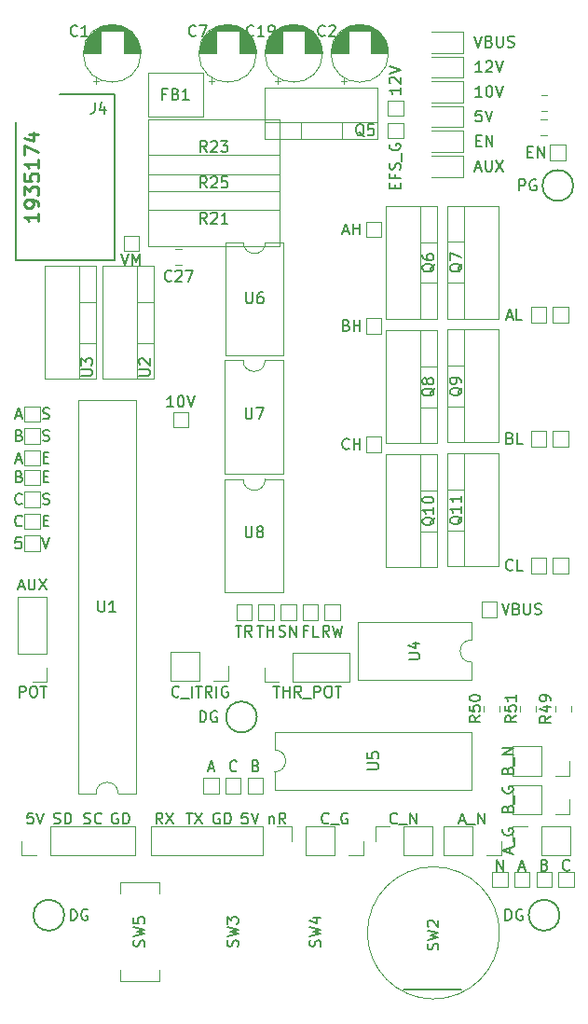
<source format=gto>
G04 #@! TF.GenerationSoftware,KiCad,Pcbnew,(5.1.4)-1*
G04 #@! TF.CreationDate,2019-12-31T15:47:17-06:00*
G04 #@! TF.ProjectId,bldc_controller_v2,626c6463-5f63-46f6-9e74-726f6c6c6572,rev?*
G04 #@! TF.SameCoordinates,Original*
G04 #@! TF.FileFunction,Legend,Top*
G04 #@! TF.FilePolarity,Positive*
%FSLAX46Y46*%
G04 Gerber Fmt 4.6, Leading zero omitted, Abs format (unit mm)*
G04 Created by KiCad (PCBNEW (5.1.4)-1) date 2019-12-31 15:47:17*
%MOMM*%
%LPD*%
G04 APERTURE LIST*
%ADD10C,0.150000*%
%ADD11C,0.120000*%
%ADD12C,0.200000*%
%ADD13C,0.254000*%
G04 APERTURE END LIST*
D10*
X148500000Y-148750000D02*
X153750000Y-148750000D01*
X122511904Y-132750000D02*
X122416666Y-132702380D01*
X122273809Y-132702380D01*
X122130952Y-132750000D01*
X122035714Y-132845238D01*
X121988095Y-132940476D01*
X121940476Y-133130952D01*
X121940476Y-133273809D01*
X121988095Y-133464285D01*
X122035714Y-133559523D01*
X122130952Y-133654761D01*
X122273809Y-133702380D01*
X122369047Y-133702380D01*
X122511904Y-133654761D01*
X122559523Y-133607142D01*
X122559523Y-133273809D01*
X122369047Y-133273809D01*
X122988095Y-133702380D02*
X122988095Y-132702380D01*
X123226190Y-132702380D01*
X123369047Y-132750000D01*
X123464285Y-132845238D01*
X123511904Y-132940476D01*
X123559523Y-133130952D01*
X123559523Y-133273809D01*
X123511904Y-133464285D01*
X123464285Y-133559523D01*
X123369047Y-133654761D01*
X123226190Y-133702380D01*
X122988095Y-133702380D01*
X119464285Y-133654761D02*
X119607142Y-133702380D01*
X119845238Y-133702380D01*
X119940476Y-133654761D01*
X119988095Y-133607142D01*
X120035714Y-133511904D01*
X120035714Y-133416666D01*
X119988095Y-133321428D01*
X119940476Y-133273809D01*
X119845238Y-133226190D01*
X119654761Y-133178571D01*
X119559523Y-133130952D01*
X119511904Y-133083333D01*
X119464285Y-132988095D01*
X119464285Y-132892857D01*
X119511904Y-132797619D01*
X119559523Y-132750000D01*
X119654761Y-132702380D01*
X119892857Y-132702380D01*
X120035714Y-132750000D01*
X121035714Y-133607142D02*
X120988095Y-133654761D01*
X120845238Y-133702380D01*
X120750000Y-133702380D01*
X120607142Y-133654761D01*
X120511904Y-133559523D01*
X120464285Y-133464285D01*
X120416666Y-133273809D01*
X120416666Y-133130952D01*
X120464285Y-132940476D01*
X120511904Y-132845238D01*
X120607142Y-132750000D01*
X120750000Y-132702380D01*
X120845238Y-132702380D01*
X120988095Y-132750000D01*
X121035714Y-132797619D01*
X116714285Y-133654761D02*
X116857142Y-133702380D01*
X117095238Y-133702380D01*
X117190476Y-133654761D01*
X117238095Y-133607142D01*
X117285714Y-133511904D01*
X117285714Y-133416666D01*
X117238095Y-133321428D01*
X117190476Y-133273809D01*
X117095238Y-133226190D01*
X116904761Y-133178571D01*
X116809523Y-133130952D01*
X116761904Y-133083333D01*
X116714285Y-132988095D01*
X116714285Y-132892857D01*
X116761904Y-132797619D01*
X116809523Y-132750000D01*
X116904761Y-132702380D01*
X117142857Y-132702380D01*
X117285714Y-132750000D01*
X117714285Y-133702380D02*
X117714285Y-132702380D01*
X117952380Y-132702380D01*
X118095238Y-132750000D01*
X118190476Y-132845238D01*
X118238095Y-132940476D01*
X118285714Y-133130952D01*
X118285714Y-133273809D01*
X118238095Y-133464285D01*
X118190476Y-133559523D01*
X118095238Y-133654761D01*
X117952380Y-133702380D01*
X117714285Y-133702380D01*
X114809523Y-132702380D02*
X114333333Y-132702380D01*
X114285714Y-133178571D01*
X114333333Y-133130952D01*
X114428571Y-133083333D01*
X114666666Y-133083333D01*
X114761904Y-133130952D01*
X114809523Y-133178571D01*
X114857142Y-133273809D01*
X114857142Y-133511904D01*
X114809523Y-133607142D01*
X114761904Y-133654761D01*
X114666666Y-133702380D01*
X114428571Y-133702380D01*
X114333333Y-133654761D01*
X114285714Y-133607142D01*
X115142857Y-132702380D02*
X115476190Y-133702380D01*
X115809523Y-132702380D01*
X136285714Y-133035714D02*
X136285714Y-133702380D01*
X136285714Y-133130952D02*
X136333333Y-133083333D01*
X136428571Y-133035714D01*
X136571428Y-133035714D01*
X136666666Y-133083333D01*
X136714285Y-133178571D01*
X136714285Y-133702380D01*
X137761904Y-133702380D02*
X137428571Y-133226190D01*
X137190476Y-133702380D02*
X137190476Y-132702380D01*
X137571428Y-132702380D01*
X137666666Y-132750000D01*
X137714285Y-132797619D01*
X137761904Y-132892857D01*
X137761904Y-133035714D01*
X137714285Y-133130952D01*
X137666666Y-133178571D01*
X137571428Y-133226190D01*
X137190476Y-133226190D01*
X134309523Y-132702380D02*
X133833333Y-132702380D01*
X133785714Y-133178571D01*
X133833333Y-133130952D01*
X133928571Y-133083333D01*
X134166666Y-133083333D01*
X134261904Y-133130952D01*
X134309523Y-133178571D01*
X134357142Y-133273809D01*
X134357142Y-133511904D01*
X134309523Y-133607142D01*
X134261904Y-133654761D01*
X134166666Y-133702380D01*
X133928571Y-133702380D01*
X133833333Y-133654761D01*
X133785714Y-133607142D01*
X134642857Y-132702380D02*
X134976190Y-133702380D01*
X135309523Y-132702380D01*
X131761904Y-132750000D02*
X131666666Y-132702380D01*
X131523809Y-132702380D01*
X131380952Y-132750000D01*
X131285714Y-132845238D01*
X131238095Y-132940476D01*
X131190476Y-133130952D01*
X131190476Y-133273809D01*
X131238095Y-133464285D01*
X131285714Y-133559523D01*
X131380952Y-133654761D01*
X131523809Y-133702380D01*
X131619047Y-133702380D01*
X131761904Y-133654761D01*
X131809523Y-133607142D01*
X131809523Y-133273809D01*
X131619047Y-133273809D01*
X132238095Y-133702380D02*
X132238095Y-132702380D01*
X132476190Y-132702380D01*
X132619047Y-132750000D01*
X132714285Y-132845238D01*
X132761904Y-132940476D01*
X132809523Y-133130952D01*
X132809523Y-133273809D01*
X132761904Y-133464285D01*
X132714285Y-133559523D01*
X132619047Y-133654761D01*
X132476190Y-133702380D01*
X132238095Y-133702380D01*
X128738095Y-132702380D02*
X129309523Y-132702380D01*
X129023809Y-133702380D02*
X129023809Y-132702380D01*
X129547619Y-132702380D02*
X130214285Y-133702380D01*
X130214285Y-132702380D02*
X129547619Y-133702380D01*
X126583333Y-133702380D02*
X126250000Y-133226190D01*
X126011904Y-133702380D02*
X126011904Y-132702380D01*
X126392857Y-132702380D01*
X126488095Y-132750000D01*
X126535714Y-132797619D01*
X126583333Y-132892857D01*
X126583333Y-133035714D01*
X126535714Y-133130952D01*
X126488095Y-133178571D01*
X126392857Y-133226190D01*
X126011904Y-133226190D01*
X126916666Y-132702380D02*
X127583333Y-133702380D01*
X127583333Y-132702380D02*
X126916666Y-133702380D01*
X141678571Y-133607142D02*
X141630952Y-133654761D01*
X141488095Y-133702380D01*
X141392857Y-133702380D01*
X141250000Y-133654761D01*
X141154761Y-133559523D01*
X141107142Y-133464285D01*
X141059523Y-133273809D01*
X141059523Y-133130952D01*
X141107142Y-132940476D01*
X141154761Y-132845238D01*
X141250000Y-132750000D01*
X141392857Y-132702380D01*
X141488095Y-132702380D01*
X141630952Y-132750000D01*
X141678571Y-132797619D01*
X141869047Y-133797619D02*
X142630952Y-133797619D01*
X143392857Y-132750000D02*
X143297619Y-132702380D01*
X143154761Y-132702380D01*
X143011904Y-132750000D01*
X142916666Y-132845238D01*
X142869047Y-132940476D01*
X142821428Y-133130952D01*
X142821428Y-133273809D01*
X142869047Y-133464285D01*
X142916666Y-133559523D01*
X143011904Y-133654761D01*
X143154761Y-133702380D01*
X143250000Y-133702380D01*
X143392857Y-133654761D01*
X143440476Y-133607142D01*
X143440476Y-133273809D01*
X143250000Y-133273809D01*
X147904761Y-133607142D02*
X147857142Y-133654761D01*
X147714285Y-133702380D01*
X147619047Y-133702380D01*
X147476190Y-133654761D01*
X147380952Y-133559523D01*
X147333333Y-133464285D01*
X147285714Y-133273809D01*
X147285714Y-133130952D01*
X147333333Y-132940476D01*
X147380952Y-132845238D01*
X147476190Y-132750000D01*
X147619047Y-132702380D01*
X147714285Y-132702380D01*
X147857142Y-132750000D01*
X147904761Y-132797619D01*
X148095238Y-133797619D02*
X148857142Y-133797619D01*
X149095238Y-133702380D02*
X149095238Y-132702380D01*
X149666666Y-133702380D01*
X149666666Y-132702380D01*
X153607142Y-133416666D02*
X154083333Y-133416666D01*
X153511904Y-133702380D02*
X153845238Y-132702380D01*
X154178571Y-133702380D01*
X154273809Y-133797619D02*
X155035714Y-133797619D01*
X155273809Y-133702380D02*
X155273809Y-132702380D01*
X155845238Y-133702380D01*
X155845238Y-132702380D01*
X158166666Y-136369047D02*
X158166666Y-135892857D01*
X158452380Y-136464285D02*
X157452380Y-136130952D01*
X158452380Y-135797619D01*
X158547619Y-135702380D02*
X158547619Y-134940476D01*
X157500000Y-134178571D02*
X157452380Y-134273809D01*
X157452380Y-134416666D01*
X157500000Y-134559523D01*
X157595238Y-134654761D01*
X157690476Y-134702380D01*
X157880952Y-134750000D01*
X158023809Y-134750000D01*
X158214285Y-134702380D01*
X158309523Y-134654761D01*
X158404761Y-134559523D01*
X158452380Y-134416666D01*
X158452380Y-134321428D01*
X158404761Y-134178571D01*
X158357142Y-134130952D01*
X158023809Y-134130952D01*
X158023809Y-134321428D01*
X157928571Y-132309523D02*
X157976190Y-132166666D01*
X158023809Y-132119047D01*
X158119047Y-132071428D01*
X158261904Y-132071428D01*
X158357142Y-132119047D01*
X158404761Y-132166666D01*
X158452380Y-132261904D01*
X158452380Y-132642857D01*
X157452380Y-132642857D01*
X157452380Y-132309523D01*
X157500000Y-132214285D01*
X157547619Y-132166666D01*
X157642857Y-132119047D01*
X157738095Y-132119047D01*
X157833333Y-132166666D01*
X157880952Y-132214285D01*
X157928571Y-132309523D01*
X157928571Y-132642857D01*
X158547619Y-131880952D02*
X158547619Y-131119047D01*
X157500000Y-130357142D02*
X157452380Y-130452380D01*
X157452380Y-130595238D01*
X157500000Y-130738095D01*
X157595238Y-130833333D01*
X157690476Y-130880952D01*
X157880952Y-130928571D01*
X158023809Y-130928571D01*
X158214285Y-130880952D01*
X158309523Y-130833333D01*
X158404761Y-130738095D01*
X158452380Y-130595238D01*
X158452380Y-130500000D01*
X158404761Y-130357142D01*
X158357142Y-130309523D01*
X158023809Y-130309523D01*
X158023809Y-130500000D01*
X157928571Y-128833333D02*
X157976190Y-128690476D01*
X158023809Y-128642857D01*
X158119047Y-128595238D01*
X158261904Y-128595238D01*
X158357142Y-128642857D01*
X158404761Y-128690476D01*
X158452380Y-128785714D01*
X158452380Y-129166666D01*
X157452380Y-129166666D01*
X157452380Y-128833333D01*
X157500000Y-128738095D01*
X157547619Y-128690476D01*
X157642857Y-128642857D01*
X157738095Y-128642857D01*
X157833333Y-128690476D01*
X157880952Y-128738095D01*
X157928571Y-128833333D01*
X157928571Y-129166666D01*
X158547619Y-128404761D02*
X158547619Y-127642857D01*
X158452380Y-127404761D02*
X157452380Y-127404761D01*
X158452380Y-126833333D01*
X157452380Y-126833333D01*
X136654761Y-121202380D02*
X137226190Y-121202380D01*
X136940476Y-122202380D02*
X136940476Y-121202380D01*
X137559523Y-122202380D02*
X137559523Y-121202380D01*
X137559523Y-121678571D02*
X138130952Y-121678571D01*
X138130952Y-122202380D02*
X138130952Y-121202380D01*
X139178571Y-122202380D02*
X138845238Y-121726190D01*
X138607142Y-122202380D02*
X138607142Y-121202380D01*
X138988095Y-121202380D01*
X139083333Y-121250000D01*
X139130952Y-121297619D01*
X139178571Y-121392857D01*
X139178571Y-121535714D01*
X139130952Y-121630952D01*
X139083333Y-121678571D01*
X138988095Y-121726190D01*
X138607142Y-121726190D01*
X139369047Y-122297619D02*
X140130952Y-122297619D01*
X140369047Y-122202380D02*
X140369047Y-121202380D01*
X140750000Y-121202380D01*
X140845238Y-121250000D01*
X140892857Y-121297619D01*
X140940476Y-121392857D01*
X140940476Y-121535714D01*
X140892857Y-121630952D01*
X140845238Y-121678571D01*
X140750000Y-121726190D01*
X140369047Y-121726190D01*
X141559523Y-121202380D02*
X141750000Y-121202380D01*
X141845238Y-121250000D01*
X141940476Y-121345238D01*
X141988095Y-121535714D01*
X141988095Y-121869047D01*
X141940476Y-122059523D01*
X141845238Y-122154761D01*
X141750000Y-122202380D01*
X141559523Y-122202380D01*
X141464285Y-122154761D01*
X141369047Y-122059523D01*
X141321428Y-121869047D01*
X141321428Y-121535714D01*
X141369047Y-121345238D01*
X141464285Y-121250000D01*
X141559523Y-121202380D01*
X142273809Y-121202380D02*
X142845238Y-121202380D01*
X142559523Y-122202380D02*
X142559523Y-121202380D01*
X113511904Y-112166666D02*
X113988095Y-112166666D01*
X113416666Y-112452380D02*
X113750000Y-111452380D01*
X114083333Y-112452380D01*
X114416666Y-111452380D02*
X114416666Y-112261904D01*
X114464285Y-112357142D01*
X114511904Y-112404761D01*
X114607142Y-112452380D01*
X114797619Y-112452380D01*
X114892857Y-112404761D01*
X114940476Y-112357142D01*
X114988095Y-112261904D01*
X114988095Y-111452380D01*
X115369047Y-111452380D02*
X116035714Y-112452380D01*
X116035714Y-111452380D02*
X115369047Y-112452380D01*
X128071428Y-122107142D02*
X128023809Y-122154761D01*
X127880952Y-122202380D01*
X127785714Y-122202380D01*
X127642857Y-122154761D01*
X127547619Y-122059523D01*
X127500000Y-121964285D01*
X127452380Y-121773809D01*
X127452380Y-121630952D01*
X127500000Y-121440476D01*
X127547619Y-121345238D01*
X127642857Y-121250000D01*
X127785714Y-121202380D01*
X127880952Y-121202380D01*
X128023809Y-121250000D01*
X128071428Y-121297619D01*
X128261904Y-122297619D02*
X129023809Y-122297619D01*
X129261904Y-122202380D02*
X129261904Y-121202380D01*
X129595238Y-121202380D02*
X130166666Y-121202380D01*
X129880952Y-122202380D02*
X129880952Y-121202380D01*
X131071428Y-122202380D02*
X130738095Y-121726190D01*
X130500000Y-122202380D02*
X130500000Y-121202380D01*
X130880952Y-121202380D01*
X130976190Y-121250000D01*
X131023809Y-121297619D01*
X131071428Y-121392857D01*
X131071428Y-121535714D01*
X131023809Y-121630952D01*
X130976190Y-121678571D01*
X130880952Y-121726190D01*
X130500000Y-121726190D01*
X131500000Y-122202380D02*
X131500000Y-121202380D01*
X132500000Y-121250000D02*
X132404761Y-121202380D01*
X132261904Y-121202380D01*
X132119047Y-121250000D01*
X132023809Y-121345238D01*
X131976190Y-121440476D01*
X131928571Y-121630952D01*
X131928571Y-121773809D01*
X131976190Y-121964285D01*
X132023809Y-122059523D01*
X132119047Y-122154761D01*
X132261904Y-122202380D01*
X132357142Y-122202380D01*
X132500000Y-122154761D01*
X132547619Y-122107142D01*
X132547619Y-121773809D01*
X132357142Y-121773809D01*
X155037976Y-74166666D02*
X155514166Y-74166666D01*
X154942738Y-74452380D02*
X155276071Y-73452380D01*
X155609404Y-74452380D01*
X155942738Y-73452380D02*
X155942738Y-74261904D01*
X155990357Y-74357142D01*
X156037976Y-74404761D01*
X156133214Y-74452380D01*
X156323690Y-74452380D01*
X156418928Y-74404761D01*
X156466547Y-74357142D01*
X156514166Y-74261904D01*
X156514166Y-73452380D01*
X156895119Y-73452380D02*
X157561785Y-74452380D01*
X157561785Y-73452380D02*
X156895119Y-74452380D01*
X155085595Y-71678571D02*
X155418928Y-71678571D01*
X155561785Y-72202380D02*
X155085595Y-72202380D01*
X155085595Y-71202380D01*
X155561785Y-71202380D01*
X155990357Y-72202380D02*
X155990357Y-71202380D01*
X156561785Y-72202380D01*
X156561785Y-71202380D01*
X155561785Y-68952380D02*
X155085595Y-68952380D01*
X155037976Y-69428571D01*
X155085595Y-69380952D01*
X155180833Y-69333333D01*
X155418928Y-69333333D01*
X155514166Y-69380952D01*
X155561785Y-69428571D01*
X155609404Y-69523809D01*
X155609404Y-69761904D01*
X155561785Y-69857142D01*
X155514166Y-69904761D01*
X155418928Y-69952380D01*
X155180833Y-69952380D01*
X155085595Y-69904761D01*
X155037976Y-69857142D01*
X155895119Y-68952380D02*
X156228452Y-69952380D01*
X156561785Y-68952380D01*
X155609404Y-67702380D02*
X155037976Y-67702380D01*
X155323690Y-67702380D02*
X155323690Y-66702380D01*
X155228452Y-66845238D01*
X155133214Y-66940476D01*
X155037976Y-66988095D01*
X156228452Y-66702380D02*
X156323690Y-66702380D01*
X156418928Y-66750000D01*
X156466547Y-66797619D01*
X156514166Y-66892857D01*
X156561785Y-67083333D01*
X156561785Y-67321428D01*
X156514166Y-67511904D01*
X156466547Y-67607142D01*
X156418928Y-67654761D01*
X156323690Y-67702380D01*
X156228452Y-67702380D01*
X156133214Y-67654761D01*
X156085595Y-67607142D01*
X156037976Y-67511904D01*
X155990357Y-67321428D01*
X155990357Y-67083333D01*
X156037976Y-66892857D01*
X156085595Y-66797619D01*
X156133214Y-66750000D01*
X156228452Y-66702380D01*
X156847500Y-66702380D02*
X157180833Y-67702380D01*
X157514166Y-66702380D01*
X155609404Y-65452380D02*
X155037976Y-65452380D01*
X155323690Y-65452380D02*
X155323690Y-64452380D01*
X155228452Y-64595238D01*
X155133214Y-64690476D01*
X155037976Y-64738095D01*
X155990357Y-64547619D02*
X156037976Y-64500000D01*
X156133214Y-64452380D01*
X156371309Y-64452380D01*
X156466547Y-64500000D01*
X156514166Y-64547619D01*
X156561785Y-64642857D01*
X156561785Y-64738095D01*
X156514166Y-64880952D01*
X155942738Y-65452380D01*
X156561785Y-65452380D01*
X156847500Y-64452380D02*
X157180833Y-65452380D01*
X157514166Y-64452380D01*
X154942738Y-62202380D02*
X155276071Y-63202380D01*
X155609404Y-62202380D01*
X156276071Y-62678571D02*
X156418928Y-62726190D01*
X156466547Y-62773809D01*
X156514166Y-62869047D01*
X156514166Y-63011904D01*
X156466547Y-63107142D01*
X156418928Y-63154761D01*
X156323690Y-63202380D01*
X155942738Y-63202380D01*
X155942738Y-62202380D01*
X156276071Y-62202380D01*
X156371309Y-62250000D01*
X156418928Y-62297619D01*
X156466547Y-62392857D01*
X156466547Y-62488095D01*
X156418928Y-62583333D01*
X156371309Y-62630952D01*
X156276071Y-62678571D01*
X155942738Y-62678571D01*
X156942738Y-62202380D02*
X156942738Y-63011904D01*
X156990357Y-63107142D01*
X157037976Y-63154761D01*
X157133214Y-63202380D01*
X157323690Y-63202380D01*
X157418928Y-63154761D01*
X157466547Y-63107142D01*
X157514166Y-63011904D01*
X157514166Y-62202380D01*
X157942738Y-63154761D02*
X158085595Y-63202380D01*
X158323690Y-63202380D01*
X158418928Y-63154761D01*
X158466547Y-63107142D01*
X158514166Y-63011904D01*
X158514166Y-62916666D01*
X158466547Y-62821428D01*
X158418928Y-62773809D01*
X158323690Y-62726190D01*
X158133214Y-62678571D01*
X158037976Y-62630952D01*
X157990357Y-62583333D01*
X157942738Y-62488095D01*
X157942738Y-62392857D01*
X157990357Y-62297619D01*
X158037976Y-62250000D01*
X158133214Y-62202380D01*
X158371309Y-62202380D01*
X158514166Y-62250000D01*
X113583333Y-122202380D02*
X113583333Y-121202380D01*
X113964285Y-121202380D01*
X114059523Y-121250000D01*
X114107142Y-121297619D01*
X114154761Y-121392857D01*
X114154761Y-121535714D01*
X114107142Y-121630952D01*
X114059523Y-121678571D01*
X113964285Y-121726190D01*
X113583333Y-121726190D01*
X114773809Y-121202380D02*
X114964285Y-121202380D01*
X115059523Y-121250000D01*
X115154761Y-121345238D01*
X115202380Y-121535714D01*
X115202380Y-121869047D01*
X115154761Y-122059523D01*
X115059523Y-122154761D01*
X114964285Y-122202380D01*
X114773809Y-122202380D01*
X114678571Y-122154761D01*
X114583333Y-122059523D01*
X114535714Y-121869047D01*
X114535714Y-121535714D01*
X114583333Y-121345238D01*
X114678571Y-121250000D01*
X114773809Y-121202380D01*
X115488095Y-121202380D02*
X116059523Y-121202380D01*
X115773809Y-122202380D02*
X115773809Y-121202380D01*
X115785714Y-100428571D02*
X116119047Y-100428571D01*
X116261904Y-100952380D02*
X115785714Y-100952380D01*
X115785714Y-99952380D01*
X116261904Y-99952380D01*
X115785714Y-102178571D02*
X116119047Y-102178571D01*
X116261904Y-102702380D02*
X115785714Y-102702380D01*
X115785714Y-101702380D01*
X116261904Y-101702380D01*
X115714285Y-104654761D02*
X115857142Y-104702380D01*
X116095238Y-104702380D01*
X116190476Y-104654761D01*
X116238095Y-104607142D01*
X116285714Y-104511904D01*
X116285714Y-104416666D01*
X116238095Y-104321428D01*
X116190476Y-104273809D01*
X116095238Y-104226190D01*
X115904761Y-104178571D01*
X115809523Y-104130952D01*
X115761904Y-104083333D01*
X115714285Y-103988095D01*
X115714285Y-103892857D01*
X115761904Y-103797619D01*
X115809523Y-103750000D01*
X115904761Y-103702380D01*
X116142857Y-103702380D01*
X116285714Y-103750000D01*
X115714285Y-98904761D02*
X115857142Y-98952380D01*
X116095238Y-98952380D01*
X116190476Y-98904761D01*
X116238095Y-98857142D01*
X116285714Y-98761904D01*
X116285714Y-98666666D01*
X116238095Y-98571428D01*
X116190476Y-98523809D01*
X116095238Y-98476190D01*
X115904761Y-98428571D01*
X115809523Y-98380952D01*
X115761904Y-98333333D01*
X115714285Y-98238095D01*
X115714285Y-98142857D01*
X115761904Y-98047619D01*
X115809523Y-98000000D01*
X115904761Y-97952380D01*
X116142857Y-97952380D01*
X116285714Y-98000000D01*
X115666666Y-107702380D02*
X116000000Y-108702380D01*
X116333333Y-107702380D01*
X113809523Y-106607142D02*
X113761904Y-106654761D01*
X113619047Y-106702380D01*
X113523809Y-106702380D01*
X113380952Y-106654761D01*
X113285714Y-106559523D01*
X113238095Y-106464285D01*
X113190476Y-106273809D01*
X113190476Y-106130952D01*
X113238095Y-105940476D01*
X113285714Y-105845238D01*
X113380952Y-105750000D01*
X113523809Y-105702380D01*
X113619047Y-105702380D01*
X113761904Y-105750000D01*
X113809523Y-105797619D01*
X113809523Y-104607142D02*
X113761904Y-104654761D01*
X113619047Y-104702380D01*
X113523809Y-104702380D01*
X113380952Y-104654761D01*
X113285714Y-104559523D01*
X113238095Y-104464285D01*
X113190476Y-104273809D01*
X113190476Y-104130952D01*
X113238095Y-103940476D01*
X113285714Y-103845238D01*
X113380952Y-103750000D01*
X113523809Y-103702380D01*
X113619047Y-103702380D01*
X113761904Y-103750000D01*
X113809523Y-103797619D01*
X113571428Y-102178571D02*
X113714285Y-102226190D01*
X113761904Y-102273809D01*
X113809523Y-102369047D01*
X113809523Y-102511904D01*
X113761904Y-102607142D01*
X113714285Y-102654761D01*
X113619047Y-102702380D01*
X113238095Y-102702380D01*
X113238095Y-101702380D01*
X113571428Y-101702380D01*
X113666666Y-101750000D01*
X113714285Y-101797619D01*
X113761904Y-101892857D01*
X113761904Y-101988095D01*
X113714285Y-102083333D01*
X113666666Y-102130952D01*
X113571428Y-102178571D01*
X113238095Y-102178571D01*
X113261904Y-100666666D02*
X113738095Y-100666666D01*
X113166666Y-100952380D02*
X113500000Y-99952380D01*
X113833333Y-100952380D01*
X113261904Y-96666666D02*
X113738095Y-96666666D01*
X113166666Y-96952380D02*
X113500000Y-95952380D01*
X113833333Y-96952380D01*
X113738095Y-107702380D02*
X113261904Y-107702380D01*
X113214285Y-108178571D01*
X113261904Y-108130952D01*
X113357142Y-108083333D01*
X113595238Y-108083333D01*
X113690476Y-108130952D01*
X113738095Y-108178571D01*
X113785714Y-108273809D01*
X113785714Y-108511904D01*
X113738095Y-108607142D01*
X113690476Y-108654761D01*
X113595238Y-108702380D01*
X113357142Y-108702380D01*
X113261904Y-108654761D01*
X113214285Y-108607142D01*
X115785714Y-106178571D02*
X116119047Y-106178571D01*
X116261904Y-106702380D02*
X115785714Y-106702380D01*
X115785714Y-105702380D01*
X116261904Y-105702380D01*
X113571428Y-98428571D02*
X113714285Y-98476190D01*
X113761904Y-98523809D01*
X113809523Y-98619047D01*
X113809523Y-98761904D01*
X113761904Y-98857142D01*
X113714285Y-98904761D01*
X113619047Y-98952380D01*
X113238095Y-98952380D01*
X113238095Y-97952380D01*
X113571428Y-97952380D01*
X113666666Y-98000000D01*
X113714285Y-98047619D01*
X113761904Y-98142857D01*
X113761904Y-98238095D01*
X113714285Y-98333333D01*
X113666666Y-98380952D01*
X113571428Y-98428571D01*
X113238095Y-98428571D01*
X115714285Y-96904761D02*
X115857142Y-96952380D01*
X116095238Y-96952380D01*
X116190476Y-96904761D01*
X116238095Y-96857142D01*
X116285714Y-96761904D01*
X116285714Y-96666666D01*
X116238095Y-96571428D01*
X116190476Y-96523809D01*
X116095238Y-96476190D01*
X115904761Y-96428571D01*
X115809523Y-96380952D01*
X115761904Y-96333333D01*
X115714285Y-96238095D01*
X115714285Y-96142857D01*
X115761904Y-96047619D01*
X115809523Y-96000000D01*
X115904761Y-95952380D01*
X116142857Y-95952380D01*
X116285714Y-96000000D01*
X135071428Y-128428571D02*
X135214285Y-128476190D01*
X135261904Y-128523809D01*
X135309523Y-128619047D01*
X135309523Y-128761904D01*
X135261904Y-128857142D01*
X135214285Y-128904761D01*
X135119047Y-128952380D01*
X134738095Y-128952380D01*
X134738095Y-127952380D01*
X135071428Y-127952380D01*
X135166666Y-128000000D01*
X135214285Y-128047619D01*
X135261904Y-128142857D01*
X135261904Y-128238095D01*
X135214285Y-128333333D01*
X135166666Y-128380952D01*
X135071428Y-128428571D01*
X134738095Y-128428571D01*
X133309523Y-128857142D02*
X133261904Y-128904761D01*
X133119047Y-128952380D01*
X133023809Y-128952380D01*
X132880952Y-128904761D01*
X132785714Y-128809523D01*
X132738095Y-128714285D01*
X132690476Y-128523809D01*
X132690476Y-128380952D01*
X132738095Y-128190476D01*
X132785714Y-128095238D01*
X132880952Y-128000000D01*
X133023809Y-127952380D01*
X133119047Y-127952380D01*
X133261904Y-128000000D01*
X133309523Y-128047619D01*
X130761904Y-128666666D02*
X131238095Y-128666666D01*
X130666666Y-128952380D02*
X131000000Y-127952380D01*
X131333333Y-128952380D01*
X163559523Y-137857142D02*
X163511904Y-137904761D01*
X163369047Y-137952380D01*
X163273809Y-137952380D01*
X163130952Y-137904761D01*
X163035714Y-137809523D01*
X162988095Y-137714285D01*
X162940476Y-137523809D01*
X162940476Y-137380952D01*
X162988095Y-137190476D01*
X163035714Y-137095238D01*
X163130952Y-137000000D01*
X163273809Y-136952380D01*
X163369047Y-136952380D01*
X163511904Y-137000000D01*
X163559523Y-137047619D01*
X161321428Y-137428571D02*
X161464285Y-137476190D01*
X161511904Y-137523809D01*
X161559523Y-137619047D01*
X161559523Y-137761904D01*
X161511904Y-137857142D01*
X161464285Y-137904761D01*
X161369047Y-137952380D01*
X160988095Y-137952380D01*
X160988095Y-136952380D01*
X161321428Y-136952380D01*
X161416666Y-137000000D01*
X161464285Y-137047619D01*
X161511904Y-137142857D01*
X161511904Y-137238095D01*
X161464285Y-137333333D01*
X161416666Y-137380952D01*
X161321428Y-137428571D01*
X160988095Y-137428571D01*
X159011904Y-137666666D02*
X159488095Y-137666666D01*
X158916666Y-137952380D02*
X159250000Y-136952380D01*
X159583333Y-137952380D01*
X156964285Y-137952380D02*
X156964285Y-136952380D01*
X157535714Y-137952380D01*
X157535714Y-136952380D01*
X127580952Y-95852380D02*
X127009523Y-95852380D01*
X127295238Y-95852380D02*
X127295238Y-94852380D01*
X127200000Y-94995238D01*
X127104761Y-95090476D01*
X127009523Y-95138095D01*
X128200000Y-94852380D02*
X128295238Y-94852380D01*
X128390476Y-94900000D01*
X128438095Y-94947619D01*
X128485714Y-95042857D01*
X128533333Y-95233333D01*
X128533333Y-95471428D01*
X128485714Y-95661904D01*
X128438095Y-95757142D01*
X128390476Y-95804761D01*
X128295238Y-95852380D01*
X128200000Y-95852380D01*
X128104761Y-95804761D01*
X128057142Y-95757142D01*
X128009523Y-95661904D01*
X127961904Y-95471428D01*
X127961904Y-95233333D01*
X128009523Y-95042857D01*
X128057142Y-94947619D01*
X128104761Y-94900000D01*
X128200000Y-94852380D01*
X128819047Y-94852380D02*
X129152380Y-95852380D01*
X129485714Y-94852380D01*
X141738095Y-116702380D02*
X141404761Y-116226190D01*
X141166666Y-116702380D02*
X141166666Y-115702380D01*
X141547619Y-115702380D01*
X141642857Y-115750000D01*
X141690476Y-115797619D01*
X141738095Y-115892857D01*
X141738095Y-116035714D01*
X141690476Y-116130952D01*
X141642857Y-116178571D01*
X141547619Y-116226190D01*
X141166666Y-116226190D01*
X142071428Y-115702380D02*
X142309523Y-116702380D01*
X142500000Y-115988095D01*
X142690476Y-116702380D01*
X142928571Y-115702380D01*
X139738095Y-116178571D02*
X139404761Y-116178571D01*
X139404761Y-116702380D02*
X139404761Y-115702380D01*
X139880952Y-115702380D01*
X140738095Y-116702380D02*
X140261904Y-116702380D01*
X140261904Y-115702380D01*
X137190476Y-116654761D02*
X137333333Y-116702380D01*
X137571428Y-116702380D01*
X137666666Y-116654761D01*
X137714285Y-116607142D01*
X137761904Y-116511904D01*
X137761904Y-116416666D01*
X137714285Y-116321428D01*
X137666666Y-116273809D01*
X137571428Y-116226190D01*
X137380952Y-116178571D01*
X137285714Y-116130952D01*
X137238095Y-116083333D01*
X137190476Y-115988095D01*
X137190476Y-115892857D01*
X137238095Y-115797619D01*
X137285714Y-115750000D01*
X137380952Y-115702380D01*
X137619047Y-115702380D01*
X137761904Y-115750000D01*
X138190476Y-116702380D02*
X138190476Y-115702380D01*
X138761904Y-116702380D01*
X138761904Y-115702380D01*
X135190476Y-115702380D02*
X135761904Y-115702380D01*
X135476190Y-116702380D02*
X135476190Y-115702380D01*
X136095238Y-116702380D02*
X136095238Y-115702380D01*
X136095238Y-116178571D02*
X136666666Y-116178571D01*
X136666666Y-116702380D02*
X136666666Y-115702380D01*
X133214285Y-115702380D02*
X133785714Y-115702380D01*
X133500000Y-116702380D02*
X133500000Y-115702380D01*
X134690476Y-116702380D02*
X134357142Y-116226190D01*
X134119047Y-116702380D02*
X134119047Y-115702380D01*
X134500000Y-115702380D01*
X134595238Y-115750000D01*
X134642857Y-115797619D01*
X134690476Y-115892857D01*
X134690476Y-116035714D01*
X134642857Y-116130952D01*
X134595238Y-116178571D01*
X134500000Y-116226190D01*
X134119047Y-116226190D01*
X157416666Y-113702380D02*
X157750000Y-114702380D01*
X158083333Y-113702380D01*
X158750000Y-114178571D02*
X158892857Y-114226190D01*
X158940476Y-114273809D01*
X158988095Y-114369047D01*
X158988095Y-114511904D01*
X158940476Y-114607142D01*
X158892857Y-114654761D01*
X158797619Y-114702380D01*
X158416666Y-114702380D01*
X158416666Y-113702380D01*
X158750000Y-113702380D01*
X158845238Y-113750000D01*
X158892857Y-113797619D01*
X158940476Y-113892857D01*
X158940476Y-113988095D01*
X158892857Y-114083333D01*
X158845238Y-114130952D01*
X158750000Y-114178571D01*
X158416666Y-114178571D01*
X159416666Y-113702380D02*
X159416666Y-114511904D01*
X159464285Y-114607142D01*
X159511904Y-114654761D01*
X159607142Y-114702380D01*
X159797619Y-114702380D01*
X159892857Y-114654761D01*
X159940476Y-114607142D01*
X159988095Y-114511904D01*
X159988095Y-113702380D01*
X160416666Y-114654761D02*
X160559523Y-114702380D01*
X160797619Y-114702380D01*
X160892857Y-114654761D01*
X160940476Y-114607142D01*
X160988095Y-114511904D01*
X160988095Y-114416666D01*
X160940476Y-114321428D01*
X160892857Y-114273809D01*
X160797619Y-114226190D01*
X160607142Y-114178571D01*
X160511904Y-114130952D01*
X160464285Y-114083333D01*
X160416666Y-113988095D01*
X160416666Y-113892857D01*
X160464285Y-113797619D01*
X160511904Y-113750000D01*
X160607142Y-113702380D01*
X160845238Y-113702380D01*
X160988095Y-113750000D01*
X129988095Y-124452380D02*
X129988095Y-123452380D01*
X130226190Y-123452380D01*
X130369047Y-123500000D01*
X130464285Y-123595238D01*
X130511904Y-123690476D01*
X130559523Y-123880952D01*
X130559523Y-124023809D01*
X130511904Y-124214285D01*
X130464285Y-124309523D01*
X130369047Y-124404761D01*
X130226190Y-124452380D01*
X129988095Y-124452380D01*
X131511904Y-123500000D02*
X131416666Y-123452380D01*
X131273809Y-123452380D01*
X131130952Y-123500000D01*
X131035714Y-123595238D01*
X130988095Y-123690476D01*
X130940476Y-123880952D01*
X130940476Y-124023809D01*
X130988095Y-124214285D01*
X131035714Y-124309523D01*
X131130952Y-124404761D01*
X131273809Y-124452380D01*
X131369047Y-124452380D01*
X131511904Y-124404761D01*
X131559523Y-124357142D01*
X131559523Y-124023809D01*
X131369047Y-124023809D01*
X118238095Y-142452380D02*
X118238095Y-141452380D01*
X118476190Y-141452380D01*
X118619047Y-141500000D01*
X118714285Y-141595238D01*
X118761904Y-141690476D01*
X118809523Y-141880952D01*
X118809523Y-142023809D01*
X118761904Y-142214285D01*
X118714285Y-142309523D01*
X118619047Y-142404761D01*
X118476190Y-142452380D01*
X118238095Y-142452380D01*
X119761904Y-141500000D02*
X119666666Y-141452380D01*
X119523809Y-141452380D01*
X119380952Y-141500000D01*
X119285714Y-141595238D01*
X119238095Y-141690476D01*
X119190476Y-141880952D01*
X119190476Y-142023809D01*
X119238095Y-142214285D01*
X119285714Y-142309523D01*
X119380952Y-142404761D01*
X119523809Y-142452380D01*
X119619047Y-142452380D01*
X119761904Y-142404761D01*
X119809523Y-142357142D01*
X119809523Y-142023809D01*
X119619047Y-142023809D01*
X157738095Y-142452380D02*
X157738095Y-141452380D01*
X157976190Y-141452380D01*
X158119047Y-141500000D01*
X158214285Y-141595238D01*
X158261904Y-141690476D01*
X158309523Y-141880952D01*
X158309523Y-142023809D01*
X158261904Y-142214285D01*
X158214285Y-142309523D01*
X158119047Y-142404761D01*
X157976190Y-142452380D01*
X157738095Y-142452380D01*
X159261904Y-141500000D02*
X159166666Y-141452380D01*
X159023809Y-141452380D01*
X158880952Y-141500000D01*
X158785714Y-141595238D01*
X158738095Y-141690476D01*
X158690476Y-141880952D01*
X158690476Y-142023809D01*
X158738095Y-142214285D01*
X158785714Y-142309523D01*
X158880952Y-142404761D01*
X159023809Y-142452380D01*
X159119047Y-142452380D01*
X159261904Y-142404761D01*
X159309523Y-142357142D01*
X159309523Y-142023809D01*
X159119047Y-142023809D01*
X122845238Y-81952380D02*
X123178571Y-82952380D01*
X123511904Y-81952380D01*
X123845238Y-82952380D02*
X123845238Y-81952380D01*
X124178571Y-82666666D01*
X124511904Y-81952380D01*
X124511904Y-82952380D01*
X158404761Y-110607142D02*
X158357142Y-110654761D01*
X158214285Y-110702380D01*
X158119047Y-110702380D01*
X157976190Y-110654761D01*
X157880952Y-110559523D01*
X157833333Y-110464285D01*
X157785714Y-110273809D01*
X157785714Y-110130952D01*
X157833333Y-109940476D01*
X157880952Y-109845238D01*
X157976190Y-109750000D01*
X158119047Y-109702380D01*
X158214285Y-109702380D01*
X158357142Y-109750000D01*
X158404761Y-109797619D01*
X159309523Y-110702380D02*
X158833333Y-110702380D01*
X158833333Y-109702380D01*
X158166666Y-98678571D02*
X158309523Y-98726190D01*
X158357142Y-98773809D01*
X158404761Y-98869047D01*
X158404761Y-99011904D01*
X158357142Y-99107142D01*
X158309523Y-99154761D01*
X158214285Y-99202380D01*
X157833333Y-99202380D01*
X157833333Y-98202380D01*
X158166666Y-98202380D01*
X158261904Y-98250000D01*
X158309523Y-98297619D01*
X158357142Y-98392857D01*
X158357142Y-98488095D01*
X158309523Y-98583333D01*
X158261904Y-98630952D01*
X158166666Y-98678571D01*
X157833333Y-98678571D01*
X159309523Y-99202380D02*
X158833333Y-99202380D01*
X158833333Y-98202380D01*
X157857142Y-87666666D02*
X158333333Y-87666666D01*
X157761904Y-87952380D02*
X158095238Y-86952380D01*
X158428571Y-87952380D01*
X159238095Y-87952380D02*
X158761904Y-87952380D01*
X158761904Y-86952380D01*
X143535714Y-99607142D02*
X143488095Y-99654761D01*
X143345238Y-99702380D01*
X143250000Y-99702380D01*
X143107142Y-99654761D01*
X143011904Y-99559523D01*
X142964285Y-99464285D01*
X142916666Y-99273809D01*
X142916666Y-99130952D01*
X142964285Y-98940476D01*
X143011904Y-98845238D01*
X143107142Y-98750000D01*
X143250000Y-98702380D01*
X143345238Y-98702380D01*
X143488095Y-98750000D01*
X143535714Y-98797619D01*
X143964285Y-99702380D02*
X143964285Y-98702380D01*
X143964285Y-99178571D02*
X144535714Y-99178571D01*
X144535714Y-99702380D02*
X144535714Y-98702380D01*
X143297619Y-88428571D02*
X143440476Y-88476190D01*
X143488095Y-88523809D01*
X143535714Y-88619047D01*
X143535714Y-88761904D01*
X143488095Y-88857142D01*
X143440476Y-88904761D01*
X143345238Y-88952380D01*
X142964285Y-88952380D01*
X142964285Y-87952380D01*
X143297619Y-87952380D01*
X143392857Y-88000000D01*
X143440476Y-88047619D01*
X143488095Y-88142857D01*
X143488095Y-88238095D01*
X143440476Y-88333333D01*
X143392857Y-88380952D01*
X143297619Y-88428571D01*
X142964285Y-88428571D01*
X143964285Y-88952380D02*
X143964285Y-87952380D01*
X143964285Y-88428571D02*
X144535714Y-88428571D01*
X144535714Y-88952380D02*
X144535714Y-87952380D01*
X142988095Y-79916666D02*
X143464285Y-79916666D01*
X142892857Y-80202380D02*
X143226190Y-79202380D01*
X143559523Y-80202380D01*
X143892857Y-80202380D02*
X143892857Y-79202380D01*
X143892857Y-79678571D02*
X144464285Y-79678571D01*
X144464285Y-80202380D02*
X144464285Y-79202380D01*
X159761904Y-72678571D02*
X160095238Y-72678571D01*
X160238095Y-73202380D02*
X159761904Y-73202380D01*
X159761904Y-72202380D01*
X160238095Y-72202380D01*
X160666666Y-73202380D02*
X160666666Y-72202380D01*
X161238095Y-73202380D01*
X161238095Y-72202380D01*
X148202380Y-66869047D02*
X148202380Y-67440476D01*
X148202380Y-67154761D02*
X147202380Y-67154761D01*
X147345238Y-67250000D01*
X147440476Y-67345238D01*
X147488095Y-67440476D01*
X147297619Y-66488095D02*
X147250000Y-66440476D01*
X147202380Y-66345238D01*
X147202380Y-66107142D01*
X147250000Y-66011904D01*
X147297619Y-65964285D01*
X147392857Y-65916666D01*
X147488095Y-65916666D01*
X147630952Y-65964285D01*
X148202380Y-66535714D01*
X148202380Y-65916666D01*
X147202380Y-65630952D02*
X148202380Y-65297619D01*
X147202380Y-64964285D01*
X147678571Y-76000000D02*
X147678571Y-75666666D01*
X148202380Y-75523809D02*
X148202380Y-76000000D01*
X147202380Y-76000000D01*
X147202380Y-75523809D01*
X147678571Y-74761904D02*
X147678571Y-75095238D01*
X148202380Y-75095238D02*
X147202380Y-75095238D01*
X147202380Y-74619047D01*
X148154761Y-74285714D02*
X148202380Y-74142857D01*
X148202380Y-73904761D01*
X148154761Y-73809523D01*
X148107142Y-73761904D01*
X148011904Y-73714285D01*
X147916666Y-73714285D01*
X147821428Y-73761904D01*
X147773809Y-73809523D01*
X147726190Y-73904761D01*
X147678571Y-74095238D01*
X147630952Y-74190476D01*
X147583333Y-74238095D01*
X147488095Y-74285714D01*
X147392857Y-74285714D01*
X147297619Y-74238095D01*
X147250000Y-74190476D01*
X147202380Y-74095238D01*
X147202380Y-73857142D01*
X147250000Y-73714285D01*
X148297619Y-73523809D02*
X148297619Y-72761904D01*
X147250000Y-72000000D02*
X147202380Y-72095238D01*
X147202380Y-72238095D01*
X147250000Y-72380952D01*
X147345238Y-72476190D01*
X147440476Y-72523809D01*
X147630952Y-72571428D01*
X147773809Y-72571428D01*
X147964285Y-72523809D01*
X148059523Y-72476190D01*
X148154761Y-72380952D01*
X148202380Y-72238095D01*
X148202380Y-72142857D01*
X148154761Y-72000000D01*
X148107142Y-71952380D01*
X147773809Y-71952380D01*
X147773809Y-72142857D01*
X158988095Y-76202380D02*
X158988095Y-75202380D01*
X159369047Y-75202380D01*
X159464285Y-75250000D01*
X159511904Y-75297619D01*
X159559523Y-75392857D01*
X159559523Y-75535714D01*
X159511904Y-75630952D01*
X159464285Y-75678571D01*
X159369047Y-75726190D01*
X158988095Y-75726190D01*
X160511904Y-75250000D02*
X160416666Y-75202380D01*
X160273809Y-75202380D01*
X160130952Y-75250000D01*
X160035714Y-75345238D01*
X159988095Y-75440476D01*
X159940476Y-75630952D01*
X159940476Y-75773809D01*
X159988095Y-75964285D01*
X160035714Y-76059523D01*
X160130952Y-76154761D01*
X160273809Y-76202380D01*
X160369047Y-76202380D01*
X160511904Y-76154761D01*
X160559523Y-76107142D01*
X160559523Y-75773809D01*
X160369047Y-75773809D01*
D11*
X156550000Y-139450000D02*
X156550000Y-138050000D01*
X157950000Y-139450000D02*
X156550000Y-139450000D01*
X157950000Y-138050000D02*
X157950000Y-139450000D01*
X156550000Y-138050000D02*
X157950000Y-138050000D01*
X160050000Y-110950000D02*
X160050000Y-109550000D01*
X161450000Y-110950000D02*
X160050000Y-110950000D01*
X161450000Y-109550000D02*
X161450000Y-110950000D01*
X160050000Y-109550000D02*
X161450000Y-109550000D01*
X162550000Y-139450000D02*
X162550000Y-138050000D01*
X163950000Y-139450000D02*
X162550000Y-139450000D01*
X163950000Y-138050000D02*
X163950000Y-139450000D01*
X162550000Y-138050000D02*
X163950000Y-138050000D01*
X114050000Y-104950000D02*
X114050000Y-103550000D01*
X115450000Y-104950000D02*
X114050000Y-104950000D01*
X115450000Y-103550000D02*
X115450000Y-104950000D01*
X114050000Y-103550000D02*
X115450000Y-103550000D01*
D10*
X163900000Y-75750000D02*
G75*
G03X163900000Y-75750000I-1400000J0D01*
G01*
D11*
X155550000Y-114950000D02*
X155550000Y-113550000D01*
X156950000Y-114950000D02*
X155550000Y-114950000D01*
X156950000Y-113550000D02*
X156950000Y-114950000D01*
X155550000Y-113550000D02*
X156950000Y-113550000D01*
X145050000Y-99950000D02*
X145050000Y-98550000D01*
X146450000Y-99950000D02*
X145050000Y-99950000D01*
X146450000Y-98550000D02*
X146450000Y-99950000D01*
X145050000Y-98550000D02*
X146450000Y-98550000D01*
X133300000Y-115200000D02*
X133300000Y-113800000D01*
X134700000Y-115200000D02*
X133300000Y-115200000D01*
X134700000Y-113800000D02*
X134700000Y-115200000D01*
X133300000Y-113800000D02*
X134700000Y-113800000D01*
X160550000Y-139450000D02*
X160550000Y-138050000D01*
X161950000Y-139450000D02*
X160550000Y-139450000D01*
X161950000Y-138050000D02*
X161950000Y-139450000D01*
X160550000Y-138050000D02*
X161950000Y-138050000D01*
X114050000Y-106950000D02*
X114050000Y-105550000D01*
X115450000Y-106950000D02*
X114050000Y-106950000D01*
X115450000Y-105550000D02*
X115450000Y-106950000D01*
X114050000Y-105550000D02*
X115450000Y-105550000D01*
X160050000Y-99450000D02*
X160050000Y-98050000D01*
X161450000Y-99450000D02*
X160050000Y-99450000D01*
X161450000Y-98050000D02*
X161450000Y-99450000D01*
X160050000Y-98050000D02*
X161450000Y-98050000D01*
X135300000Y-115200000D02*
X135300000Y-113800000D01*
X136700000Y-115200000D02*
X135300000Y-115200000D01*
X136700000Y-113800000D02*
X136700000Y-115200000D01*
X135300000Y-113800000D02*
X136700000Y-113800000D01*
X158550000Y-139450000D02*
X158550000Y-138050000D01*
X159950000Y-139450000D02*
X158550000Y-139450000D01*
X159950000Y-138050000D02*
X159950000Y-139450000D01*
X158550000Y-138050000D02*
X159950000Y-138050000D01*
X115450000Y-97800000D02*
X115450000Y-99200000D01*
X114050000Y-97800000D02*
X115450000Y-97800000D01*
X114050000Y-99200000D02*
X114050000Y-97800000D01*
X115450000Y-99200000D02*
X114050000Y-99200000D01*
X162050000Y-110950000D02*
X162050000Y-109550000D01*
X163450000Y-110950000D02*
X162050000Y-110950000D01*
X163450000Y-109550000D02*
X163450000Y-110950000D01*
X162050000Y-109550000D02*
X163450000Y-109550000D01*
X145050000Y-89200000D02*
X145050000Y-87800000D01*
X146450000Y-89200000D02*
X145050000Y-89200000D01*
X146450000Y-87800000D02*
X146450000Y-89200000D01*
X145050000Y-87800000D02*
X146450000Y-87800000D01*
X137300000Y-115200000D02*
X137300000Y-113800000D01*
X138700000Y-115200000D02*
X137300000Y-115200000D01*
X138700000Y-113800000D02*
X138700000Y-115200000D01*
X137300000Y-113800000D02*
X138700000Y-113800000D01*
X132300000Y-130950000D02*
X132300000Y-129550000D01*
X133700000Y-130950000D02*
X132300000Y-130950000D01*
X133700000Y-129550000D02*
X133700000Y-130950000D01*
X132300000Y-129550000D02*
X133700000Y-129550000D01*
X115450000Y-101550000D02*
X115450000Y-102950000D01*
X114050000Y-101550000D02*
X115450000Y-101550000D01*
X114050000Y-102950000D02*
X114050000Y-101550000D01*
X115450000Y-102950000D02*
X114050000Y-102950000D01*
X161800000Y-73450000D02*
X161800000Y-72050000D01*
X163200000Y-73450000D02*
X161800000Y-73450000D01*
X163200000Y-72050000D02*
X163200000Y-73450000D01*
X161800000Y-72050000D02*
X163200000Y-72050000D01*
D10*
X135150000Y-124000000D02*
G75*
G03X135150000Y-124000000I-1400000J0D01*
G01*
D11*
X114050000Y-108950000D02*
X114050000Y-107550000D01*
X115450000Y-108950000D02*
X114050000Y-108950000D01*
X115450000Y-107550000D02*
X115450000Y-108950000D01*
X114050000Y-107550000D02*
X115450000Y-107550000D01*
X162050000Y-99450000D02*
X162050000Y-98050000D01*
X163450000Y-99450000D02*
X162050000Y-99450000D01*
X163450000Y-98050000D02*
X163450000Y-99450000D01*
X162050000Y-98050000D02*
X163450000Y-98050000D01*
X160050000Y-88200000D02*
X160050000Y-86800000D01*
X161450000Y-88200000D02*
X160050000Y-88200000D01*
X161450000Y-86800000D02*
X161450000Y-88200000D01*
X160050000Y-86800000D02*
X161450000Y-86800000D01*
X139300000Y-115200000D02*
X139300000Y-113800000D01*
X140700000Y-115200000D02*
X139300000Y-115200000D01*
X140700000Y-113800000D02*
X140700000Y-115200000D01*
X139300000Y-113800000D02*
X140700000Y-113800000D01*
X134300000Y-130950000D02*
X134300000Y-129550000D01*
X135700000Y-130950000D02*
X134300000Y-130950000D01*
X135700000Y-129550000D02*
X135700000Y-130950000D01*
X134300000Y-129550000D02*
X135700000Y-129550000D01*
X114050000Y-97200000D02*
X114050000Y-95800000D01*
X115450000Y-97200000D02*
X114050000Y-97200000D01*
X115450000Y-95800000D02*
X115450000Y-97200000D01*
X114050000Y-95800000D02*
X115450000Y-95800000D01*
X147050000Y-70050000D02*
X148450000Y-70050000D01*
X148450000Y-70050000D02*
X148450000Y-71450000D01*
X148450000Y-71450000D02*
X147050000Y-71450000D01*
X147050000Y-71450000D02*
X147050000Y-70050000D01*
X162050000Y-88200000D02*
X162050000Y-86800000D01*
X163450000Y-88200000D02*
X162050000Y-88200000D01*
X163450000Y-86800000D02*
X163450000Y-88200000D01*
X162050000Y-86800000D02*
X163450000Y-86800000D01*
X145050000Y-80450000D02*
X145050000Y-79050000D01*
X146450000Y-80450000D02*
X145050000Y-80450000D01*
X146450000Y-79050000D02*
X146450000Y-80450000D01*
X145050000Y-79050000D02*
X146450000Y-79050000D01*
X141300000Y-115200000D02*
X141300000Y-113800000D01*
X142700000Y-115200000D02*
X141300000Y-115200000D01*
X142700000Y-113800000D02*
X142700000Y-115200000D01*
X141300000Y-113800000D02*
X142700000Y-113800000D01*
X130300000Y-130950000D02*
X130300000Y-129550000D01*
X131700000Y-130950000D02*
X130300000Y-130950000D01*
X131700000Y-129550000D02*
X131700000Y-130950000D01*
X130300000Y-129550000D02*
X131700000Y-129550000D01*
X114050000Y-101200000D02*
X114050000Y-99800000D01*
X115450000Y-101200000D02*
X114050000Y-101200000D01*
X115450000Y-99800000D02*
X115450000Y-101200000D01*
X114050000Y-99800000D02*
X115450000Y-99800000D01*
X123050000Y-81700000D02*
X123050000Y-80300000D01*
X124450000Y-81700000D02*
X123050000Y-81700000D01*
X124450000Y-80300000D02*
X124450000Y-81700000D01*
X123050000Y-80300000D02*
X124450000Y-80300000D01*
D10*
X117650000Y-142000000D02*
G75*
G03X117650000Y-142000000I-1400000J0D01*
G01*
D11*
X127550000Y-97700000D02*
X127550000Y-96300000D01*
X128950000Y-97700000D02*
X127550000Y-97700000D01*
X128950000Y-96300000D02*
X128950000Y-97700000D01*
X127550000Y-96300000D02*
X128950000Y-96300000D01*
D10*
X162650000Y-142000000D02*
G75*
G03X162650000Y-142000000I-1400000J0D01*
G01*
D11*
X147050000Y-69450000D02*
X147050000Y-68050000D01*
X148450000Y-69450000D02*
X147050000Y-69450000D01*
X148450000Y-68050000D02*
X148450000Y-69450000D01*
X147050000Y-68050000D02*
X148450000Y-68050000D01*
X158420000Y-135250000D02*
X158420000Y-133920000D01*
X158420000Y-133920000D02*
X159750000Y-133920000D01*
X161020000Y-133920000D02*
X163620000Y-133920000D01*
X163620000Y-136580000D02*
X163620000Y-133920000D01*
X161020000Y-136580000D02*
X163620000Y-136580000D01*
X161020000Y-136580000D02*
X161020000Y-133920000D01*
X144830000Y-135250000D02*
X144830000Y-136580000D01*
X144830000Y-136580000D02*
X143500000Y-136580000D01*
X142230000Y-136580000D02*
X139630000Y-136580000D01*
X139630000Y-133920000D02*
X139630000Y-136580000D01*
X142230000Y-133920000D02*
X139630000Y-133920000D01*
X142230000Y-133920000D02*
X142230000Y-136580000D01*
X163580000Y-131500000D02*
X163580000Y-132830000D01*
X163580000Y-132830000D02*
X162250000Y-132830000D01*
X160980000Y-132830000D02*
X158380000Y-132830000D01*
X158380000Y-130170000D02*
X158380000Y-132830000D01*
X160980000Y-130170000D02*
X158380000Y-130170000D01*
X160980000Y-130170000D02*
X160980000Y-132830000D01*
X157330000Y-135250000D02*
X157330000Y-136580000D01*
X157330000Y-136580000D02*
X156000000Y-136580000D01*
X154730000Y-136580000D02*
X152130000Y-136580000D01*
X152130000Y-133920000D02*
X152130000Y-136580000D01*
X154730000Y-133920000D02*
X152130000Y-133920000D01*
X154730000Y-133920000D02*
X154730000Y-136580000D01*
X145920000Y-135250000D02*
X145920000Y-133920000D01*
X145920000Y-133920000D02*
X147250000Y-133920000D01*
X148520000Y-133920000D02*
X151120000Y-133920000D01*
X151120000Y-136580000D02*
X151120000Y-133920000D01*
X148520000Y-136580000D02*
X151120000Y-136580000D01*
X148520000Y-136580000D02*
X148520000Y-133920000D01*
X163580000Y-128000000D02*
X163580000Y-129330000D01*
X163580000Y-129330000D02*
X162250000Y-129330000D01*
X160980000Y-129330000D02*
X158380000Y-129330000D01*
X158380000Y-126670000D02*
X158380000Y-129330000D01*
X160980000Y-126670000D02*
X158380000Y-126670000D01*
X160980000Y-126670000D02*
X160980000Y-129330000D01*
X132530000Y-119400000D02*
X132530000Y-120730000D01*
X132530000Y-120730000D02*
X131200000Y-120730000D01*
X129930000Y-120730000D02*
X127330000Y-120730000D01*
X127330000Y-118070000D02*
X127330000Y-120730000D01*
X129930000Y-118070000D02*
X127330000Y-118070000D01*
X129930000Y-118070000D02*
X129930000Y-120730000D01*
X137590000Y-80920000D02*
X135940000Y-80920000D01*
X137590000Y-91200000D02*
X137590000Y-80920000D01*
X132290000Y-91200000D02*
X137590000Y-91200000D01*
X132290000Y-80920000D02*
X132290000Y-91200000D01*
X133940000Y-80920000D02*
X132290000Y-80920000D01*
X135940000Y-80920000D02*
G75*
G02X133940000Y-80920000I-1000000J0D01*
G01*
X125510000Y-133920000D02*
X125510000Y-136580000D01*
X135730000Y-133920000D02*
X125510000Y-133920000D01*
X135730000Y-136580000D02*
X125510000Y-136580000D01*
X135730000Y-133920000D02*
X135730000Y-136580000D01*
X137000000Y-133920000D02*
X138330000Y-133920000D01*
X138330000Y-133920000D02*
X138330000Y-135250000D01*
D12*
X122250000Y-67500000D02*
X117250000Y-67500000D01*
X122250000Y-82500000D02*
X122250000Y-67500000D01*
X113250000Y-82500000D02*
X122250000Y-82500000D01*
X113250000Y-70000000D02*
X113250000Y-82500000D01*
D11*
X125250000Y-69500000D02*
X130250000Y-69500000D01*
X125250000Y-65500000D02*
X125250000Y-69500000D01*
X130250000Y-65500000D02*
X125250000Y-65500000D01*
X130250000Y-69500000D02*
X130250000Y-65500000D01*
X137250000Y-75500000D02*
X137250000Y-77800000D01*
X137250000Y-77800000D02*
X137250000Y-77900000D01*
X137250000Y-77900000D02*
X137250000Y-78000000D01*
X137250000Y-78000000D02*
X125250000Y-78000000D01*
X125250000Y-78000000D02*
X125350000Y-78000000D01*
X125350000Y-78000000D02*
X125250000Y-78000000D01*
X125250000Y-78000000D02*
X125250000Y-73000000D01*
X125250000Y-73000000D02*
X137250000Y-73000000D01*
X137250000Y-73000000D02*
X137250000Y-75500000D01*
X137250000Y-72250000D02*
X137250000Y-74550000D01*
X137250000Y-74550000D02*
X137250000Y-74650000D01*
X137250000Y-74650000D02*
X137250000Y-74750000D01*
X137250000Y-74750000D02*
X125250000Y-74750000D01*
X125250000Y-74750000D02*
X125350000Y-74750000D01*
X125350000Y-74750000D02*
X125250000Y-74750000D01*
X125250000Y-74750000D02*
X125250000Y-69750000D01*
X125250000Y-69750000D02*
X137250000Y-69750000D01*
X137250000Y-69750000D02*
X137250000Y-72250000D01*
X137250000Y-78750000D02*
X137250000Y-81050000D01*
X137250000Y-81050000D02*
X137250000Y-81150000D01*
X137250000Y-81150000D02*
X137250000Y-81250000D01*
X137250000Y-81250000D02*
X125250000Y-81250000D01*
X125250000Y-81250000D02*
X125350000Y-81250000D01*
X125350000Y-81250000D02*
X125250000Y-81250000D01*
X125250000Y-81250000D02*
X125250000Y-76250000D01*
X125250000Y-76250000D02*
X137250000Y-76250000D01*
X137250000Y-76250000D02*
X137250000Y-78750000D01*
X151299986Y-137600833D02*
G75*
G02X151200000Y-137600000I-99986J-5999167D01*
G01*
X137560000Y-102420000D02*
X135910000Y-102420000D01*
X137560000Y-112700000D02*
X137560000Y-102420000D01*
X132260000Y-112700000D02*
X137560000Y-112700000D01*
X132260000Y-102420000D02*
X132260000Y-112700000D01*
X133910000Y-102420000D02*
X132260000Y-102420000D01*
X135910000Y-102420000D02*
G75*
G02X133910000Y-102420000I-1000000J0D01*
G01*
X137560000Y-91630000D02*
X135910000Y-91630000D01*
X137560000Y-101910000D02*
X137560000Y-91630000D01*
X132260000Y-101910000D02*
X137560000Y-101910000D01*
X132260000Y-91630000D02*
X132260000Y-101910000D01*
X133910000Y-91630000D02*
X132260000Y-91630000D01*
X135910000Y-91630000D02*
G75*
G02X133910000Y-91630000I-1000000J0D01*
G01*
X136770000Y-125340000D02*
X136770000Y-126990000D01*
X154670000Y-125340000D02*
X136770000Y-125340000D01*
X154670000Y-130640000D02*
X154670000Y-125340000D01*
X136770000Y-130640000D02*
X154670000Y-130640000D01*
X136770000Y-128990000D02*
X136770000Y-130640000D01*
X136770000Y-126990000D02*
G75*
G02X136770000Y-128990000I0J-1000000D01*
G01*
X154630000Y-119010000D02*
G75*
G02X154630000Y-117010000I0J1000000D01*
G01*
X154630000Y-117010000D02*
X154630000Y-115360000D01*
X154630000Y-115360000D02*
X144350000Y-115360000D01*
X144350000Y-115360000D02*
X144350000Y-120660000D01*
X144350000Y-120660000D02*
X154630000Y-120660000D01*
X154630000Y-120660000D02*
X154630000Y-119010000D01*
X120520000Y-83070000D02*
X120520000Y-93310000D01*
X115879000Y-83070000D02*
X115879000Y-93310000D01*
X120520000Y-83070000D02*
X115879000Y-83070000D01*
X120520000Y-93310000D02*
X115879000Y-93310000D01*
X119010000Y-83070000D02*
X119010000Y-93310000D01*
X120520000Y-86340000D02*
X119010000Y-86340000D01*
X120520000Y-90041000D02*
X119010000Y-90041000D01*
X125770000Y-83070000D02*
X125770000Y-93310000D01*
X121129000Y-83070000D02*
X121129000Y-93310000D01*
X125770000Y-83070000D02*
X121129000Y-83070000D01*
X125770000Y-93310000D02*
X121129000Y-93310000D01*
X124260000Y-83070000D02*
X124260000Y-93310000D01*
X125770000Y-86340000D02*
X124260000Y-86340000D01*
X125770000Y-90041000D02*
X124260000Y-90041000D01*
X120540000Y-130930000D02*
G75*
G02X122540000Y-130930000I1000000J0D01*
G01*
X122540000Y-130930000D02*
X124190000Y-130930000D01*
X124190000Y-130930000D02*
X124190000Y-95250000D01*
X124190000Y-95250000D02*
X118890000Y-95250000D01*
X118890000Y-95250000D02*
X118890000Y-130930000D01*
X118890000Y-130930000D02*
X120540000Y-130930000D01*
X126300000Y-148000000D02*
X126300000Y-147000000D01*
X124500000Y-148000000D02*
X126300000Y-148000000D01*
X126300000Y-139000000D02*
X126300000Y-140000000D01*
X124500000Y-139000000D02*
X126300000Y-139000000D01*
X122700000Y-139000000D02*
X122700000Y-140000000D01*
X124500000Y-139000000D02*
X122700000Y-139000000D01*
X122700000Y-147000000D02*
X122700000Y-147100000D01*
X122700000Y-148000000D02*
X122700000Y-147100000D01*
X124500000Y-148000000D02*
X122700000Y-148000000D01*
X160460000Y-123511252D02*
X160460000Y-122988748D01*
X159040000Y-123511252D02*
X159040000Y-122988748D01*
X157210000Y-123511252D02*
X157210000Y-122988748D01*
X155790000Y-123511252D02*
X155790000Y-122988748D01*
X163710000Y-123536252D02*
X163710000Y-123013748D01*
X162290000Y-123536252D02*
X162290000Y-123013748D01*
X160963748Y-71210000D02*
X161486252Y-71210000D01*
X160963748Y-69790000D02*
X161486252Y-69790000D01*
X160988748Y-68960000D02*
X161511252Y-68960000D01*
X160988748Y-67540000D02*
X161511252Y-67540000D01*
X152480000Y-103359000D02*
X153990000Y-103359000D01*
X152480000Y-107060000D02*
X153990000Y-107060000D01*
X153990000Y-110330000D02*
X153990000Y-100090000D01*
X152480000Y-100090000D02*
X157121000Y-100090000D01*
X152480000Y-110330000D02*
X157121000Y-110330000D01*
X157121000Y-110330000D02*
X157121000Y-100090000D01*
X152480000Y-110330000D02*
X152480000Y-100090000D01*
X151520000Y-107141000D02*
X150010000Y-107141000D01*
X151520000Y-103440000D02*
X150010000Y-103440000D01*
X150010000Y-100170000D02*
X150010000Y-110410000D01*
X151520000Y-110410000D02*
X146879000Y-110410000D01*
X151520000Y-100170000D02*
X146879000Y-100170000D01*
X146879000Y-100170000D02*
X146879000Y-110410000D01*
X151520000Y-100170000D02*
X151520000Y-110410000D01*
X152480000Y-92109000D02*
X153990000Y-92109000D01*
X152480000Y-95810000D02*
X153990000Y-95810000D01*
X153990000Y-99080000D02*
X153990000Y-88840000D01*
X152480000Y-88840000D02*
X157121000Y-88840000D01*
X152480000Y-99080000D02*
X157121000Y-99080000D01*
X157121000Y-99080000D02*
X157121000Y-88840000D01*
X152480000Y-99080000D02*
X152480000Y-88840000D01*
X151520000Y-95891000D02*
X150010000Y-95891000D01*
X151520000Y-92190000D02*
X150010000Y-92190000D01*
X150010000Y-88920000D02*
X150010000Y-99160000D01*
X151520000Y-99160000D02*
X146879000Y-99160000D01*
X151520000Y-88920000D02*
X146879000Y-88920000D01*
X146879000Y-88920000D02*
X146879000Y-99160000D01*
X151520000Y-88920000D02*
X151520000Y-99160000D01*
X152480000Y-80859000D02*
X153990000Y-80859000D01*
X152480000Y-84560000D02*
X153990000Y-84560000D01*
X153990000Y-87830000D02*
X153990000Y-77590000D01*
X152480000Y-77590000D02*
X157121000Y-77590000D01*
X152480000Y-87830000D02*
X157121000Y-87830000D01*
X157121000Y-87830000D02*
X157121000Y-77590000D01*
X152480000Y-87830000D02*
X152480000Y-77590000D01*
X151520000Y-77630000D02*
X151520000Y-87870000D01*
X146879000Y-77630000D02*
X146879000Y-87870000D01*
X151520000Y-77630000D02*
X146879000Y-77630000D01*
X151520000Y-87870000D02*
X146879000Y-87870000D01*
X150010000Y-77630000D02*
X150010000Y-87870000D01*
X151520000Y-80900000D02*
X150010000Y-80900000D01*
X151520000Y-84601000D02*
X150010000Y-84601000D01*
X139149000Y-71520000D02*
X139149000Y-70010000D01*
X142850000Y-71520000D02*
X142850000Y-70010000D01*
X146120000Y-70010000D02*
X135880000Y-70010000D01*
X135880000Y-71520000D02*
X135880000Y-66879000D01*
X146120000Y-71520000D02*
X146120000Y-66879000D01*
X146120000Y-66879000D02*
X135880000Y-66879000D01*
X146120000Y-71520000D02*
X135880000Y-71520000D01*
X113790000Y-136580000D02*
X113790000Y-135250000D01*
X115120000Y-136580000D02*
X113790000Y-136580000D01*
X116390000Y-136580000D02*
X116390000Y-133920000D01*
X116390000Y-133920000D02*
X124070000Y-133920000D01*
X116390000Y-136580000D02*
X124070000Y-136580000D01*
X124070000Y-136580000D02*
X124070000Y-133920000D01*
X116080000Y-113090000D02*
X113420000Y-113090000D01*
X116080000Y-118230000D02*
X116080000Y-113090000D01*
X113420000Y-118230000D02*
X113420000Y-113090000D01*
X116080000Y-118230000D02*
X113420000Y-118230000D01*
X116080000Y-119500000D02*
X116080000Y-120830000D01*
X116080000Y-120830000D02*
X114750000Y-120830000D01*
X143580000Y-120830000D02*
X143580000Y-118170000D01*
X138440000Y-120830000D02*
X143580000Y-120830000D01*
X138440000Y-118170000D02*
X143580000Y-118170000D01*
X138440000Y-120830000D02*
X138440000Y-118170000D01*
X137170000Y-120830000D02*
X135840000Y-120830000D01*
X135840000Y-120830000D02*
X135840000Y-119500000D01*
X153860000Y-73040000D02*
X151000000Y-73040000D01*
X153860000Y-74960000D02*
X153860000Y-73040000D01*
X151000000Y-74960000D02*
X153860000Y-74960000D01*
X153860000Y-68540000D02*
X151000000Y-68540000D01*
X153860000Y-70460000D02*
X153860000Y-68540000D01*
X151000000Y-70460000D02*
X153860000Y-70460000D01*
X153860000Y-66290000D02*
X151000000Y-66290000D01*
X153860000Y-68210000D02*
X153860000Y-66290000D01*
X151000000Y-68210000D02*
X153860000Y-68210000D01*
X153860000Y-70790000D02*
X151000000Y-70790000D01*
X153860000Y-72710000D02*
X153860000Y-70790000D01*
X151000000Y-72710000D02*
X153860000Y-72710000D01*
X153885000Y-64040000D02*
X151025000Y-64040000D01*
X153885000Y-65960000D02*
X153885000Y-64040000D01*
X151025000Y-65960000D02*
X153885000Y-65960000D01*
X153860000Y-61790000D02*
X151000000Y-61790000D01*
X153860000Y-63710000D02*
X153860000Y-61790000D01*
X151000000Y-63710000D02*
X153860000Y-63710000D01*
X127763748Y-82960000D02*
X128286252Y-82960000D01*
X127763748Y-81540000D02*
X128286252Y-81540000D01*
X141120000Y-63750000D02*
G75*
G03X141120000Y-63750000I-2620000J0D01*
G01*
X139540000Y-63750000D02*
X141080000Y-63750000D01*
X135920000Y-63750000D02*
X137460000Y-63750000D01*
X139540000Y-63710000D02*
X141080000Y-63710000D01*
X135920000Y-63710000D02*
X137460000Y-63710000D01*
X135921000Y-63670000D02*
X137460000Y-63670000D01*
X139540000Y-63670000D02*
X141079000Y-63670000D01*
X135922000Y-63630000D02*
X137460000Y-63630000D01*
X139540000Y-63630000D02*
X141078000Y-63630000D01*
X135924000Y-63590000D02*
X137460000Y-63590000D01*
X139540000Y-63590000D02*
X141076000Y-63590000D01*
X135927000Y-63550000D02*
X137460000Y-63550000D01*
X139540000Y-63550000D02*
X141073000Y-63550000D01*
X135931000Y-63510000D02*
X137460000Y-63510000D01*
X139540000Y-63510000D02*
X141069000Y-63510000D01*
X135935000Y-63470000D02*
X137460000Y-63470000D01*
X139540000Y-63470000D02*
X141065000Y-63470000D01*
X135939000Y-63430000D02*
X137460000Y-63430000D01*
X139540000Y-63430000D02*
X141061000Y-63430000D01*
X135944000Y-63390000D02*
X137460000Y-63390000D01*
X139540000Y-63390000D02*
X141056000Y-63390000D01*
X135950000Y-63350000D02*
X137460000Y-63350000D01*
X139540000Y-63350000D02*
X141050000Y-63350000D01*
X135957000Y-63310000D02*
X137460000Y-63310000D01*
X139540000Y-63310000D02*
X141043000Y-63310000D01*
X135964000Y-63270000D02*
X137460000Y-63270000D01*
X139540000Y-63270000D02*
X141036000Y-63270000D01*
X135972000Y-63230000D02*
X137460000Y-63230000D01*
X139540000Y-63230000D02*
X141028000Y-63230000D01*
X135980000Y-63190000D02*
X137460000Y-63190000D01*
X139540000Y-63190000D02*
X141020000Y-63190000D01*
X135989000Y-63150000D02*
X137460000Y-63150000D01*
X139540000Y-63150000D02*
X141011000Y-63150000D01*
X135999000Y-63110000D02*
X137460000Y-63110000D01*
X139540000Y-63110000D02*
X141001000Y-63110000D01*
X136009000Y-63070000D02*
X137460000Y-63070000D01*
X139540000Y-63070000D02*
X140991000Y-63070000D01*
X136020000Y-63029000D02*
X137460000Y-63029000D01*
X139540000Y-63029000D02*
X140980000Y-63029000D01*
X136032000Y-62989000D02*
X137460000Y-62989000D01*
X139540000Y-62989000D02*
X140968000Y-62989000D01*
X136045000Y-62949000D02*
X137460000Y-62949000D01*
X139540000Y-62949000D02*
X140955000Y-62949000D01*
X136058000Y-62909000D02*
X137460000Y-62909000D01*
X139540000Y-62909000D02*
X140942000Y-62909000D01*
X136072000Y-62869000D02*
X137460000Y-62869000D01*
X139540000Y-62869000D02*
X140928000Y-62869000D01*
X136086000Y-62829000D02*
X137460000Y-62829000D01*
X139540000Y-62829000D02*
X140914000Y-62829000D01*
X136102000Y-62789000D02*
X137460000Y-62789000D01*
X139540000Y-62789000D02*
X140898000Y-62789000D01*
X136118000Y-62749000D02*
X137460000Y-62749000D01*
X139540000Y-62749000D02*
X140882000Y-62749000D01*
X136135000Y-62709000D02*
X137460000Y-62709000D01*
X139540000Y-62709000D02*
X140865000Y-62709000D01*
X136152000Y-62669000D02*
X137460000Y-62669000D01*
X139540000Y-62669000D02*
X140848000Y-62669000D01*
X136171000Y-62629000D02*
X137460000Y-62629000D01*
X139540000Y-62629000D02*
X140829000Y-62629000D01*
X136190000Y-62589000D02*
X137460000Y-62589000D01*
X139540000Y-62589000D02*
X140810000Y-62589000D01*
X136210000Y-62549000D02*
X137460000Y-62549000D01*
X139540000Y-62549000D02*
X140790000Y-62549000D01*
X136232000Y-62509000D02*
X137460000Y-62509000D01*
X139540000Y-62509000D02*
X140768000Y-62509000D01*
X136253000Y-62469000D02*
X137460000Y-62469000D01*
X139540000Y-62469000D02*
X140747000Y-62469000D01*
X136276000Y-62429000D02*
X137460000Y-62429000D01*
X139540000Y-62429000D02*
X140724000Y-62429000D01*
X136300000Y-62389000D02*
X137460000Y-62389000D01*
X139540000Y-62389000D02*
X140700000Y-62389000D01*
X136325000Y-62349000D02*
X137460000Y-62349000D01*
X139540000Y-62349000D02*
X140675000Y-62349000D01*
X136351000Y-62309000D02*
X137460000Y-62309000D01*
X139540000Y-62309000D02*
X140649000Y-62309000D01*
X136378000Y-62269000D02*
X137460000Y-62269000D01*
X139540000Y-62269000D02*
X140622000Y-62269000D01*
X136405000Y-62229000D02*
X137460000Y-62229000D01*
X139540000Y-62229000D02*
X140595000Y-62229000D01*
X136435000Y-62189000D02*
X137460000Y-62189000D01*
X139540000Y-62189000D02*
X140565000Y-62189000D01*
X136465000Y-62149000D02*
X137460000Y-62149000D01*
X139540000Y-62149000D02*
X140535000Y-62149000D01*
X136496000Y-62109000D02*
X137460000Y-62109000D01*
X139540000Y-62109000D02*
X140504000Y-62109000D01*
X136529000Y-62069000D02*
X137460000Y-62069000D01*
X139540000Y-62069000D02*
X140471000Y-62069000D01*
X136563000Y-62029000D02*
X137460000Y-62029000D01*
X139540000Y-62029000D02*
X140437000Y-62029000D01*
X136599000Y-61989000D02*
X137460000Y-61989000D01*
X139540000Y-61989000D02*
X140401000Y-61989000D01*
X136636000Y-61949000D02*
X137460000Y-61949000D01*
X139540000Y-61949000D02*
X140364000Y-61949000D01*
X136674000Y-61909000D02*
X137460000Y-61909000D01*
X139540000Y-61909000D02*
X140326000Y-61909000D01*
X136715000Y-61869000D02*
X137460000Y-61869000D01*
X139540000Y-61869000D02*
X140285000Y-61869000D01*
X136757000Y-61829000D02*
X137460000Y-61829000D01*
X139540000Y-61829000D02*
X140243000Y-61829000D01*
X136801000Y-61789000D02*
X137460000Y-61789000D01*
X139540000Y-61789000D02*
X140199000Y-61789000D01*
X136847000Y-61749000D02*
X137460000Y-61749000D01*
X139540000Y-61749000D02*
X140153000Y-61749000D01*
X136895000Y-61709000D02*
X140105000Y-61709000D01*
X136946000Y-61669000D02*
X140054000Y-61669000D01*
X137000000Y-61629000D02*
X140000000Y-61629000D01*
X137057000Y-61589000D02*
X139943000Y-61589000D01*
X137117000Y-61549000D02*
X139883000Y-61549000D01*
X137181000Y-61509000D02*
X139819000Y-61509000D01*
X137249000Y-61469000D02*
X139751000Y-61469000D01*
X137322000Y-61429000D02*
X139678000Y-61429000D01*
X137402000Y-61389000D02*
X139598000Y-61389000D01*
X137489000Y-61349000D02*
X139511000Y-61349000D01*
X137585000Y-61309000D02*
X139415000Y-61309000D01*
X137695000Y-61269000D02*
X139305000Y-61269000D01*
X137823000Y-61229000D02*
X139177000Y-61229000D01*
X137982000Y-61189000D02*
X139018000Y-61189000D01*
X138216000Y-61149000D02*
X138784000Y-61149000D01*
X137025000Y-66554775D02*
X137025000Y-66054775D01*
X136775000Y-66304775D02*
X137275000Y-66304775D01*
X135120000Y-63750000D02*
G75*
G03X135120000Y-63750000I-2620000J0D01*
G01*
X133540000Y-63750000D02*
X135080000Y-63750000D01*
X129920000Y-63750000D02*
X131460000Y-63750000D01*
X133540000Y-63710000D02*
X135080000Y-63710000D01*
X129920000Y-63710000D02*
X131460000Y-63710000D01*
X129921000Y-63670000D02*
X131460000Y-63670000D01*
X133540000Y-63670000D02*
X135079000Y-63670000D01*
X129922000Y-63630000D02*
X131460000Y-63630000D01*
X133540000Y-63630000D02*
X135078000Y-63630000D01*
X129924000Y-63590000D02*
X131460000Y-63590000D01*
X133540000Y-63590000D02*
X135076000Y-63590000D01*
X129927000Y-63550000D02*
X131460000Y-63550000D01*
X133540000Y-63550000D02*
X135073000Y-63550000D01*
X129931000Y-63510000D02*
X131460000Y-63510000D01*
X133540000Y-63510000D02*
X135069000Y-63510000D01*
X129935000Y-63470000D02*
X131460000Y-63470000D01*
X133540000Y-63470000D02*
X135065000Y-63470000D01*
X129939000Y-63430000D02*
X131460000Y-63430000D01*
X133540000Y-63430000D02*
X135061000Y-63430000D01*
X129944000Y-63390000D02*
X131460000Y-63390000D01*
X133540000Y-63390000D02*
X135056000Y-63390000D01*
X129950000Y-63350000D02*
X131460000Y-63350000D01*
X133540000Y-63350000D02*
X135050000Y-63350000D01*
X129957000Y-63310000D02*
X131460000Y-63310000D01*
X133540000Y-63310000D02*
X135043000Y-63310000D01*
X129964000Y-63270000D02*
X131460000Y-63270000D01*
X133540000Y-63270000D02*
X135036000Y-63270000D01*
X129972000Y-63230000D02*
X131460000Y-63230000D01*
X133540000Y-63230000D02*
X135028000Y-63230000D01*
X129980000Y-63190000D02*
X131460000Y-63190000D01*
X133540000Y-63190000D02*
X135020000Y-63190000D01*
X129989000Y-63150000D02*
X131460000Y-63150000D01*
X133540000Y-63150000D02*
X135011000Y-63150000D01*
X129999000Y-63110000D02*
X131460000Y-63110000D01*
X133540000Y-63110000D02*
X135001000Y-63110000D01*
X130009000Y-63070000D02*
X131460000Y-63070000D01*
X133540000Y-63070000D02*
X134991000Y-63070000D01*
X130020000Y-63029000D02*
X131460000Y-63029000D01*
X133540000Y-63029000D02*
X134980000Y-63029000D01*
X130032000Y-62989000D02*
X131460000Y-62989000D01*
X133540000Y-62989000D02*
X134968000Y-62989000D01*
X130045000Y-62949000D02*
X131460000Y-62949000D01*
X133540000Y-62949000D02*
X134955000Y-62949000D01*
X130058000Y-62909000D02*
X131460000Y-62909000D01*
X133540000Y-62909000D02*
X134942000Y-62909000D01*
X130072000Y-62869000D02*
X131460000Y-62869000D01*
X133540000Y-62869000D02*
X134928000Y-62869000D01*
X130086000Y-62829000D02*
X131460000Y-62829000D01*
X133540000Y-62829000D02*
X134914000Y-62829000D01*
X130102000Y-62789000D02*
X131460000Y-62789000D01*
X133540000Y-62789000D02*
X134898000Y-62789000D01*
X130118000Y-62749000D02*
X131460000Y-62749000D01*
X133540000Y-62749000D02*
X134882000Y-62749000D01*
X130135000Y-62709000D02*
X131460000Y-62709000D01*
X133540000Y-62709000D02*
X134865000Y-62709000D01*
X130152000Y-62669000D02*
X131460000Y-62669000D01*
X133540000Y-62669000D02*
X134848000Y-62669000D01*
X130171000Y-62629000D02*
X131460000Y-62629000D01*
X133540000Y-62629000D02*
X134829000Y-62629000D01*
X130190000Y-62589000D02*
X131460000Y-62589000D01*
X133540000Y-62589000D02*
X134810000Y-62589000D01*
X130210000Y-62549000D02*
X131460000Y-62549000D01*
X133540000Y-62549000D02*
X134790000Y-62549000D01*
X130232000Y-62509000D02*
X131460000Y-62509000D01*
X133540000Y-62509000D02*
X134768000Y-62509000D01*
X130253000Y-62469000D02*
X131460000Y-62469000D01*
X133540000Y-62469000D02*
X134747000Y-62469000D01*
X130276000Y-62429000D02*
X131460000Y-62429000D01*
X133540000Y-62429000D02*
X134724000Y-62429000D01*
X130300000Y-62389000D02*
X131460000Y-62389000D01*
X133540000Y-62389000D02*
X134700000Y-62389000D01*
X130325000Y-62349000D02*
X131460000Y-62349000D01*
X133540000Y-62349000D02*
X134675000Y-62349000D01*
X130351000Y-62309000D02*
X131460000Y-62309000D01*
X133540000Y-62309000D02*
X134649000Y-62309000D01*
X130378000Y-62269000D02*
X131460000Y-62269000D01*
X133540000Y-62269000D02*
X134622000Y-62269000D01*
X130405000Y-62229000D02*
X131460000Y-62229000D01*
X133540000Y-62229000D02*
X134595000Y-62229000D01*
X130435000Y-62189000D02*
X131460000Y-62189000D01*
X133540000Y-62189000D02*
X134565000Y-62189000D01*
X130465000Y-62149000D02*
X131460000Y-62149000D01*
X133540000Y-62149000D02*
X134535000Y-62149000D01*
X130496000Y-62109000D02*
X131460000Y-62109000D01*
X133540000Y-62109000D02*
X134504000Y-62109000D01*
X130529000Y-62069000D02*
X131460000Y-62069000D01*
X133540000Y-62069000D02*
X134471000Y-62069000D01*
X130563000Y-62029000D02*
X131460000Y-62029000D01*
X133540000Y-62029000D02*
X134437000Y-62029000D01*
X130599000Y-61989000D02*
X131460000Y-61989000D01*
X133540000Y-61989000D02*
X134401000Y-61989000D01*
X130636000Y-61949000D02*
X131460000Y-61949000D01*
X133540000Y-61949000D02*
X134364000Y-61949000D01*
X130674000Y-61909000D02*
X131460000Y-61909000D01*
X133540000Y-61909000D02*
X134326000Y-61909000D01*
X130715000Y-61869000D02*
X131460000Y-61869000D01*
X133540000Y-61869000D02*
X134285000Y-61869000D01*
X130757000Y-61829000D02*
X131460000Y-61829000D01*
X133540000Y-61829000D02*
X134243000Y-61829000D01*
X130801000Y-61789000D02*
X131460000Y-61789000D01*
X133540000Y-61789000D02*
X134199000Y-61789000D01*
X130847000Y-61749000D02*
X131460000Y-61749000D01*
X133540000Y-61749000D02*
X134153000Y-61749000D01*
X130895000Y-61709000D02*
X134105000Y-61709000D01*
X130946000Y-61669000D02*
X134054000Y-61669000D01*
X131000000Y-61629000D02*
X134000000Y-61629000D01*
X131057000Y-61589000D02*
X133943000Y-61589000D01*
X131117000Y-61549000D02*
X133883000Y-61549000D01*
X131181000Y-61509000D02*
X133819000Y-61509000D01*
X131249000Y-61469000D02*
X133751000Y-61469000D01*
X131322000Y-61429000D02*
X133678000Y-61429000D01*
X131402000Y-61389000D02*
X133598000Y-61389000D01*
X131489000Y-61349000D02*
X133511000Y-61349000D01*
X131585000Y-61309000D02*
X133415000Y-61309000D01*
X131695000Y-61269000D02*
X133305000Y-61269000D01*
X131823000Y-61229000D02*
X133177000Y-61229000D01*
X131982000Y-61189000D02*
X133018000Y-61189000D01*
X132216000Y-61149000D02*
X132784000Y-61149000D01*
X131025000Y-66554775D02*
X131025000Y-66054775D01*
X130775000Y-66304775D02*
X131275000Y-66304775D01*
X147120000Y-63750000D02*
G75*
G03X147120000Y-63750000I-2620000J0D01*
G01*
X145540000Y-63750000D02*
X147080000Y-63750000D01*
X141920000Y-63750000D02*
X143460000Y-63750000D01*
X145540000Y-63710000D02*
X147080000Y-63710000D01*
X141920000Y-63710000D02*
X143460000Y-63710000D01*
X141921000Y-63670000D02*
X143460000Y-63670000D01*
X145540000Y-63670000D02*
X147079000Y-63670000D01*
X141922000Y-63630000D02*
X143460000Y-63630000D01*
X145540000Y-63630000D02*
X147078000Y-63630000D01*
X141924000Y-63590000D02*
X143460000Y-63590000D01*
X145540000Y-63590000D02*
X147076000Y-63590000D01*
X141927000Y-63550000D02*
X143460000Y-63550000D01*
X145540000Y-63550000D02*
X147073000Y-63550000D01*
X141931000Y-63510000D02*
X143460000Y-63510000D01*
X145540000Y-63510000D02*
X147069000Y-63510000D01*
X141935000Y-63470000D02*
X143460000Y-63470000D01*
X145540000Y-63470000D02*
X147065000Y-63470000D01*
X141939000Y-63430000D02*
X143460000Y-63430000D01*
X145540000Y-63430000D02*
X147061000Y-63430000D01*
X141944000Y-63390000D02*
X143460000Y-63390000D01*
X145540000Y-63390000D02*
X147056000Y-63390000D01*
X141950000Y-63350000D02*
X143460000Y-63350000D01*
X145540000Y-63350000D02*
X147050000Y-63350000D01*
X141957000Y-63310000D02*
X143460000Y-63310000D01*
X145540000Y-63310000D02*
X147043000Y-63310000D01*
X141964000Y-63270000D02*
X143460000Y-63270000D01*
X145540000Y-63270000D02*
X147036000Y-63270000D01*
X141972000Y-63230000D02*
X143460000Y-63230000D01*
X145540000Y-63230000D02*
X147028000Y-63230000D01*
X141980000Y-63190000D02*
X143460000Y-63190000D01*
X145540000Y-63190000D02*
X147020000Y-63190000D01*
X141989000Y-63150000D02*
X143460000Y-63150000D01*
X145540000Y-63150000D02*
X147011000Y-63150000D01*
X141999000Y-63110000D02*
X143460000Y-63110000D01*
X145540000Y-63110000D02*
X147001000Y-63110000D01*
X142009000Y-63070000D02*
X143460000Y-63070000D01*
X145540000Y-63070000D02*
X146991000Y-63070000D01*
X142020000Y-63029000D02*
X143460000Y-63029000D01*
X145540000Y-63029000D02*
X146980000Y-63029000D01*
X142032000Y-62989000D02*
X143460000Y-62989000D01*
X145540000Y-62989000D02*
X146968000Y-62989000D01*
X142045000Y-62949000D02*
X143460000Y-62949000D01*
X145540000Y-62949000D02*
X146955000Y-62949000D01*
X142058000Y-62909000D02*
X143460000Y-62909000D01*
X145540000Y-62909000D02*
X146942000Y-62909000D01*
X142072000Y-62869000D02*
X143460000Y-62869000D01*
X145540000Y-62869000D02*
X146928000Y-62869000D01*
X142086000Y-62829000D02*
X143460000Y-62829000D01*
X145540000Y-62829000D02*
X146914000Y-62829000D01*
X142102000Y-62789000D02*
X143460000Y-62789000D01*
X145540000Y-62789000D02*
X146898000Y-62789000D01*
X142118000Y-62749000D02*
X143460000Y-62749000D01*
X145540000Y-62749000D02*
X146882000Y-62749000D01*
X142135000Y-62709000D02*
X143460000Y-62709000D01*
X145540000Y-62709000D02*
X146865000Y-62709000D01*
X142152000Y-62669000D02*
X143460000Y-62669000D01*
X145540000Y-62669000D02*
X146848000Y-62669000D01*
X142171000Y-62629000D02*
X143460000Y-62629000D01*
X145540000Y-62629000D02*
X146829000Y-62629000D01*
X142190000Y-62589000D02*
X143460000Y-62589000D01*
X145540000Y-62589000D02*
X146810000Y-62589000D01*
X142210000Y-62549000D02*
X143460000Y-62549000D01*
X145540000Y-62549000D02*
X146790000Y-62549000D01*
X142232000Y-62509000D02*
X143460000Y-62509000D01*
X145540000Y-62509000D02*
X146768000Y-62509000D01*
X142253000Y-62469000D02*
X143460000Y-62469000D01*
X145540000Y-62469000D02*
X146747000Y-62469000D01*
X142276000Y-62429000D02*
X143460000Y-62429000D01*
X145540000Y-62429000D02*
X146724000Y-62429000D01*
X142300000Y-62389000D02*
X143460000Y-62389000D01*
X145540000Y-62389000D02*
X146700000Y-62389000D01*
X142325000Y-62349000D02*
X143460000Y-62349000D01*
X145540000Y-62349000D02*
X146675000Y-62349000D01*
X142351000Y-62309000D02*
X143460000Y-62309000D01*
X145540000Y-62309000D02*
X146649000Y-62309000D01*
X142378000Y-62269000D02*
X143460000Y-62269000D01*
X145540000Y-62269000D02*
X146622000Y-62269000D01*
X142405000Y-62229000D02*
X143460000Y-62229000D01*
X145540000Y-62229000D02*
X146595000Y-62229000D01*
X142435000Y-62189000D02*
X143460000Y-62189000D01*
X145540000Y-62189000D02*
X146565000Y-62189000D01*
X142465000Y-62149000D02*
X143460000Y-62149000D01*
X145540000Y-62149000D02*
X146535000Y-62149000D01*
X142496000Y-62109000D02*
X143460000Y-62109000D01*
X145540000Y-62109000D02*
X146504000Y-62109000D01*
X142529000Y-62069000D02*
X143460000Y-62069000D01*
X145540000Y-62069000D02*
X146471000Y-62069000D01*
X142563000Y-62029000D02*
X143460000Y-62029000D01*
X145540000Y-62029000D02*
X146437000Y-62029000D01*
X142599000Y-61989000D02*
X143460000Y-61989000D01*
X145540000Y-61989000D02*
X146401000Y-61989000D01*
X142636000Y-61949000D02*
X143460000Y-61949000D01*
X145540000Y-61949000D02*
X146364000Y-61949000D01*
X142674000Y-61909000D02*
X143460000Y-61909000D01*
X145540000Y-61909000D02*
X146326000Y-61909000D01*
X142715000Y-61869000D02*
X143460000Y-61869000D01*
X145540000Y-61869000D02*
X146285000Y-61869000D01*
X142757000Y-61829000D02*
X143460000Y-61829000D01*
X145540000Y-61829000D02*
X146243000Y-61829000D01*
X142801000Y-61789000D02*
X143460000Y-61789000D01*
X145540000Y-61789000D02*
X146199000Y-61789000D01*
X142847000Y-61749000D02*
X143460000Y-61749000D01*
X145540000Y-61749000D02*
X146153000Y-61749000D01*
X142895000Y-61709000D02*
X146105000Y-61709000D01*
X142946000Y-61669000D02*
X146054000Y-61669000D01*
X143000000Y-61629000D02*
X146000000Y-61629000D01*
X143057000Y-61589000D02*
X145943000Y-61589000D01*
X143117000Y-61549000D02*
X145883000Y-61549000D01*
X143181000Y-61509000D02*
X145819000Y-61509000D01*
X143249000Y-61469000D02*
X145751000Y-61469000D01*
X143322000Y-61429000D02*
X145678000Y-61429000D01*
X143402000Y-61389000D02*
X145598000Y-61389000D01*
X143489000Y-61349000D02*
X145511000Y-61349000D01*
X143585000Y-61309000D02*
X145415000Y-61309000D01*
X143695000Y-61269000D02*
X145305000Y-61269000D01*
X143823000Y-61229000D02*
X145177000Y-61229000D01*
X143982000Y-61189000D02*
X145018000Y-61189000D01*
X144216000Y-61149000D02*
X144784000Y-61149000D01*
X143025000Y-66554775D02*
X143025000Y-66054775D01*
X142775000Y-66304775D02*
X143275000Y-66304775D01*
X120275000Y-66304775D02*
X120775000Y-66304775D01*
X120525000Y-66554775D02*
X120525000Y-66054775D01*
X121716000Y-61149000D02*
X122284000Y-61149000D01*
X121482000Y-61189000D02*
X122518000Y-61189000D01*
X121323000Y-61229000D02*
X122677000Y-61229000D01*
X121195000Y-61269000D02*
X122805000Y-61269000D01*
X121085000Y-61309000D02*
X122915000Y-61309000D01*
X120989000Y-61349000D02*
X123011000Y-61349000D01*
X120902000Y-61389000D02*
X123098000Y-61389000D01*
X120822000Y-61429000D02*
X123178000Y-61429000D01*
X120749000Y-61469000D02*
X123251000Y-61469000D01*
X120681000Y-61509000D02*
X123319000Y-61509000D01*
X120617000Y-61549000D02*
X123383000Y-61549000D01*
X120557000Y-61589000D02*
X123443000Y-61589000D01*
X120500000Y-61629000D02*
X123500000Y-61629000D01*
X120446000Y-61669000D02*
X123554000Y-61669000D01*
X120395000Y-61709000D02*
X123605000Y-61709000D01*
X123040000Y-61749000D02*
X123653000Y-61749000D01*
X120347000Y-61749000D02*
X120960000Y-61749000D01*
X123040000Y-61789000D02*
X123699000Y-61789000D01*
X120301000Y-61789000D02*
X120960000Y-61789000D01*
X123040000Y-61829000D02*
X123743000Y-61829000D01*
X120257000Y-61829000D02*
X120960000Y-61829000D01*
X123040000Y-61869000D02*
X123785000Y-61869000D01*
X120215000Y-61869000D02*
X120960000Y-61869000D01*
X123040000Y-61909000D02*
X123826000Y-61909000D01*
X120174000Y-61909000D02*
X120960000Y-61909000D01*
X123040000Y-61949000D02*
X123864000Y-61949000D01*
X120136000Y-61949000D02*
X120960000Y-61949000D01*
X123040000Y-61989000D02*
X123901000Y-61989000D01*
X120099000Y-61989000D02*
X120960000Y-61989000D01*
X123040000Y-62029000D02*
X123937000Y-62029000D01*
X120063000Y-62029000D02*
X120960000Y-62029000D01*
X123040000Y-62069000D02*
X123971000Y-62069000D01*
X120029000Y-62069000D02*
X120960000Y-62069000D01*
X123040000Y-62109000D02*
X124004000Y-62109000D01*
X119996000Y-62109000D02*
X120960000Y-62109000D01*
X123040000Y-62149000D02*
X124035000Y-62149000D01*
X119965000Y-62149000D02*
X120960000Y-62149000D01*
X123040000Y-62189000D02*
X124065000Y-62189000D01*
X119935000Y-62189000D02*
X120960000Y-62189000D01*
X123040000Y-62229000D02*
X124095000Y-62229000D01*
X119905000Y-62229000D02*
X120960000Y-62229000D01*
X123040000Y-62269000D02*
X124122000Y-62269000D01*
X119878000Y-62269000D02*
X120960000Y-62269000D01*
X123040000Y-62309000D02*
X124149000Y-62309000D01*
X119851000Y-62309000D02*
X120960000Y-62309000D01*
X123040000Y-62349000D02*
X124175000Y-62349000D01*
X119825000Y-62349000D02*
X120960000Y-62349000D01*
X123040000Y-62389000D02*
X124200000Y-62389000D01*
X119800000Y-62389000D02*
X120960000Y-62389000D01*
X123040000Y-62429000D02*
X124224000Y-62429000D01*
X119776000Y-62429000D02*
X120960000Y-62429000D01*
X123040000Y-62469000D02*
X124247000Y-62469000D01*
X119753000Y-62469000D02*
X120960000Y-62469000D01*
X123040000Y-62509000D02*
X124268000Y-62509000D01*
X119732000Y-62509000D02*
X120960000Y-62509000D01*
X123040000Y-62549000D02*
X124290000Y-62549000D01*
X119710000Y-62549000D02*
X120960000Y-62549000D01*
X123040000Y-62589000D02*
X124310000Y-62589000D01*
X119690000Y-62589000D02*
X120960000Y-62589000D01*
X123040000Y-62629000D02*
X124329000Y-62629000D01*
X119671000Y-62629000D02*
X120960000Y-62629000D01*
X123040000Y-62669000D02*
X124348000Y-62669000D01*
X119652000Y-62669000D02*
X120960000Y-62669000D01*
X123040000Y-62709000D02*
X124365000Y-62709000D01*
X119635000Y-62709000D02*
X120960000Y-62709000D01*
X123040000Y-62749000D02*
X124382000Y-62749000D01*
X119618000Y-62749000D02*
X120960000Y-62749000D01*
X123040000Y-62789000D02*
X124398000Y-62789000D01*
X119602000Y-62789000D02*
X120960000Y-62789000D01*
X123040000Y-62829000D02*
X124414000Y-62829000D01*
X119586000Y-62829000D02*
X120960000Y-62829000D01*
X123040000Y-62869000D02*
X124428000Y-62869000D01*
X119572000Y-62869000D02*
X120960000Y-62869000D01*
X123040000Y-62909000D02*
X124442000Y-62909000D01*
X119558000Y-62909000D02*
X120960000Y-62909000D01*
X123040000Y-62949000D02*
X124455000Y-62949000D01*
X119545000Y-62949000D02*
X120960000Y-62949000D01*
X123040000Y-62989000D02*
X124468000Y-62989000D01*
X119532000Y-62989000D02*
X120960000Y-62989000D01*
X123040000Y-63029000D02*
X124480000Y-63029000D01*
X119520000Y-63029000D02*
X120960000Y-63029000D01*
X123040000Y-63070000D02*
X124491000Y-63070000D01*
X119509000Y-63070000D02*
X120960000Y-63070000D01*
X123040000Y-63110000D02*
X124501000Y-63110000D01*
X119499000Y-63110000D02*
X120960000Y-63110000D01*
X123040000Y-63150000D02*
X124511000Y-63150000D01*
X119489000Y-63150000D02*
X120960000Y-63150000D01*
X123040000Y-63190000D02*
X124520000Y-63190000D01*
X119480000Y-63190000D02*
X120960000Y-63190000D01*
X123040000Y-63230000D02*
X124528000Y-63230000D01*
X119472000Y-63230000D02*
X120960000Y-63230000D01*
X123040000Y-63270000D02*
X124536000Y-63270000D01*
X119464000Y-63270000D02*
X120960000Y-63270000D01*
X123040000Y-63310000D02*
X124543000Y-63310000D01*
X119457000Y-63310000D02*
X120960000Y-63310000D01*
X123040000Y-63350000D02*
X124550000Y-63350000D01*
X119450000Y-63350000D02*
X120960000Y-63350000D01*
X123040000Y-63390000D02*
X124556000Y-63390000D01*
X119444000Y-63390000D02*
X120960000Y-63390000D01*
X123040000Y-63430000D02*
X124561000Y-63430000D01*
X119439000Y-63430000D02*
X120960000Y-63430000D01*
X123040000Y-63470000D02*
X124565000Y-63470000D01*
X119435000Y-63470000D02*
X120960000Y-63470000D01*
X123040000Y-63510000D02*
X124569000Y-63510000D01*
X119431000Y-63510000D02*
X120960000Y-63510000D01*
X123040000Y-63550000D02*
X124573000Y-63550000D01*
X119427000Y-63550000D02*
X120960000Y-63550000D01*
X123040000Y-63590000D02*
X124576000Y-63590000D01*
X119424000Y-63590000D02*
X120960000Y-63590000D01*
X123040000Y-63630000D02*
X124578000Y-63630000D01*
X119422000Y-63630000D02*
X120960000Y-63630000D01*
X123040000Y-63670000D02*
X124579000Y-63670000D01*
X119421000Y-63670000D02*
X120960000Y-63670000D01*
X119420000Y-63710000D02*
X120960000Y-63710000D01*
X123040000Y-63710000D02*
X124580000Y-63710000D01*
X119420000Y-63750000D02*
X120960000Y-63750000D01*
X123040000Y-63750000D02*
X124580000Y-63750000D01*
X124620000Y-63750000D02*
G75*
G03X124620000Y-63750000I-2620000J0D01*
G01*
D10*
X134178095Y-85452380D02*
X134178095Y-86261904D01*
X134225714Y-86357142D01*
X134273333Y-86404761D01*
X134368571Y-86452380D01*
X134559047Y-86452380D01*
X134654285Y-86404761D01*
X134701904Y-86357142D01*
X134749523Y-86261904D01*
X134749523Y-85452380D01*
X135654285Y-85452380D02*
X135463809Y-85452380D01*
X135368571Y-85500000D01*
X135320952Y-85547619D01*
X135225714Y-85690476D01*
X135178095Y-85880952D01*
X135178095Y-86261904D01*
X135225714Y-86357142D01*
X135273333Y-86404761D01*
X135368571Y-86452380D01*
X135559047Y-86452380D01*
X135654285Y-86404761D01*
X135701904Y-86357142D01*
X135749523Y-86261904D01*
X135749523Y-86023809D01*
X135701904Y-85928571D01*
X135654285Y-85880952D01*
X135559047Y-85833333D01*
X135368571Y-85833333D01*
X135273333Y-85880952D01*
X135225714Y-85928571D01*
X135178095Y-86023809D01*
X120416666Y-68202380D02*
X120416666Y-68916666D01*
X120369047Y-69059523D01*
X120273809Y-69154761D01*
X120130952Y-69202380D01*
X120035714Y-69202380D01*
X121321428Y-68535714D02*
X121321428Y-69202380D01*
X121083333Y-68154761D02*
X120845238Y-68869047D01*
X121464285Y-68869047D01*
D13*
X115324523Y-78265714D02*
X115324523Y-78991428D01*
X115324523Y-78628571D02*
X114054523Y-78628571D01*
X114235952Y-78749523D01*
X114356904Y-78870476D01*
X114417380Y-78991428D01*
X115324523Y-77660952D02*
X115324523Y-77419047D01*
X115264047Y-77298095D01*
X115203571Y-77237619D01*
X115022142Y-77116666D01*
X114780238Y-77056190D01*
X114296428Y-77056190D01*
X114175476Y-77116666D01*
X114115000Y-77177142D01*
X114054523Y-77298095D01*
X114054523Y-77540000D01*
X114115000Y-77660952D01*
X114175476Y-77721428D01*
X114296428Y-77781904D01*
X114598809Y-77781904D01*
X114719761Y-77721428D01*
X114780238Y-77660952D01*
X114840714Y-77540000D01*
X114840714Y-77298095D01*
X114780238Y-77177142D01*
X114719761Y-77116666D01*
X114598809Y-77056190D01*
X114054523Y-76632857D02*
X114054523Y-75846666D01*
X114538333Y-76270000D01*
X114538333Y-76088571D01*
X114598809Y-75967619D01*
X114659285Y-75907142D01*
X114780238Y-75846666D01*
X115082619Y-75846666D01*
X115203571Y-75907142D01*
X115264047Y-75967619D01*
X115324523Y-76088571D01*
X115324523Y-76451428D01*
X115264047Y-76572380D01*
X115203571Y-76632857D01*
X114054523Y-74697619D02*
X114054523Y-75302380D01*
X114659285Y-75362857D01*
X114598809Y-75302380D01*
X114538333Y-75181428D01*
X114538333Y-74879047D01*
X114598809Y-74758095D01*
X114659285Y-74697619D01*
X114780238Y-74637142D01*
X115082619Y-74637142D01*
X115203571Y-74697619D01*
X115264047Y-74758095D01*
X115324523Y-74879047D01*
X115324523Y-75181428D01*
X115264047Y-75302380D01*
X115203571Y-75362857D01*
X115324523Y-73427619D02*
X115324523Y-74153333D01*
X115324523Y-73790476D02*
X114054523Y-73790476D01*
X114235952Y-73911428D01*
X114356904Y-74032380D01*
X114417380Y-74153333D01*
X114054523Y-73004285D02*
X114054523Y-72157619D01*
X115324523Y-72701904D01*
X114477857Y-71129523D02*
X115324523Y-71129523D01*
X113994047Y-71431904D02*
X114901190Y-71734285D01*
X114901190Y-70948095D01*
D10*
X126916666Y-67428571D02*
X126583333Y-67428571D01*
X126583333Y-67952380D02*
X126583333Y-66952380D01*
X127059523Y-66952380D01*
X127773809Y-67428571D02*
X127916666Y-67476190D01*
X127964285Y-67523809D01*
X128011904Y-67619047D01*
X128011904Y-67761904D01*
X127964285Y-67857142D01*
X127916666Y-67904761D01*
X127821428Y-67952380D01*
X127440476Y-67952380D01*
X127440476Y-66952380D01*
X127773809Y-66952380D01*
X127869047Y-67000000D01*
X127916666Y-67047619D01*
X127964285Y-67142857D01*
X127964285Y-67238095D01*
X127916666Y-67333333D01*
X127869047Y-67380952D01*
X127773809Y-67428571D01*
X127440476Y-67428571D01*
X128964285Y-67952380D02*
X128392857Y-67952380D01*
X128678571Y-67952380D02*
X128678571Y-66952380D01*
X128583333Y-67095238D01*
X128488095Y-67190476D01*
X128392857Y-67238095D01*
X130607142Y-75952380D02*
X130273809Y-75476190D01*
X130035714Y-75952380D02*
X130035714Y-74952380D01*
X130416666Y-74952380D01*
X130511904Y-75000000D01*
X130559523Y-75047619D01*
X130607142Y-75142857D01*
X130607142Y-75285714D01*
X130559523Y-75380952D01*
X130511904Y-75428571D01*
X130416666Y-75476190D01*
X130035714Y-75476190D01*
X130988095Y-75047619D02*
X131035714Y-75000000D01*
X131130952Y-74952380D01*
X131369047Y-74952380D01*
X131464285Y-75000000D01*
X131511904Y-75047619D01*
X131559523Y-75142857D01*
X131559523Y-75238095D01*
X131511904Y-75380952D01*
X130940476Y-75952380D01*
X131559523Y-75952380D01*
X132464285Y-74952380D02*
X131988095Y-74952380D01*
X131940476Y-75428571D01*
X131988095Y-75380952D01*
X132083333Y-75333333D01*
X132321428Y-75333333D01*
X132416666Y-75380952D01*
X132464285Y-75428571D01*
X132511904Y-75523809D01*
X132511904Y-75761904D01*
X132464285Y-75857142D01*
X132416666Y-75904761D01*
X132321428Y-75952380D01*
X132083333Y-75952380D01*
X131988095Y-75904761D01*
X131940476Y-75857142D01*
X130607142Y-72702380D02*
X130273809Y-72226190D01*
X130035714Y-72702380D02*
X130035714Y-71702380D01*
X130416666Y-71702380D01*
X130511904Y-71750000D01*
X130559523Y-71797619D01*
X130607142Y-71892857D01*
X130607142Y-72035714D01*
X130559523Y-72130952D01*
X130511904Y-72178571D01*
X130416666Y-72226190D01*
X130035714Y-72226190D01*
X130988095Y-71797619D02*
X131035714Y-71750000D01*
X131130952Y-71702380D01*
X131369047Y-71702380D01*
X131464285Y-71750000D01*
X131511904Y-71797619D01*
X131559523Y-71892857D01*
X131559523Y-71988095D01*
X131511904Y-72130952D01*
X130940476Y-72702380D01*
X131559523Y-72702380D01*
X131892857Y-71702380D02*
X132511904Y-71702380D01*
X132178571Y-72083333D01*
X132321428Y-72083333D01*
X132416666Y-72130952D01*
X132464285Y-72178571D01*
X132511904Y-72273809D01*
X132511904Y-72511904D01*
X132464285Y-72607142D01*
X132416666Y-72654761D01*
X132321428Y-72702380D01*
X132035714Y-72702380D01*
X131940476Y-72654761D01*
X131892857Y-72607142D01*
X130607142Y-79202380D02*
X130273809Y-78726190D01*
X130035714Y-79202380D02*
X130035714Y-78202380D01*
X130416666Y-78202380D01*
X130511904Y-78250000D01*
X130559523Y-78297619D01*
X130607142Y-78392857D01*
X130607142Y-78535714D01*
X130559523Y-78630952D01*
X130511904Y-78678571D01*
X130416666Y-78726190D01*
X130035714Y-78726190D01*
X130988095Y-78297619D02*
X131035714Y-78250000D01*
X131130952Y-78202380D01*
X131369047Y-78202380D01*
X131464285Y-78250000D01*
X131511904Y-78297619D01*
X131559523Y-78392857D01*
X131559523Y-78488095D01*
X131511904Y-78630952D01*
X130940476Y-79202380D01*
X131559523Y-79202380D01*
X132511904Y-79202380D02*
X131940476Y-79202380D01*
X132226190Y-79202380D02*
X132226190Y-78202380D01*
X132130952Y-78345238D01*
X132035714Y-78440476D01*
X131940476Y-78488095D01*
X151604761Y-145133333D02*
X151652380Y-144990476D01*
X151652380Y-144752380D01*
X151604761Y-144657142D01*
X151557142Y-144609523D01*
X151461904Y-144561904D01*
X151366666Y-144561904D01*
X151271428Y-144609523D01*
X151223809Y-144657142D01*
X151176190Y-144752380D01*
X151128571Y-144942857D01*
X151080952Y-145038095D01*
X151033333Y-145085714D01*
X150938095Y-145133333D01*
X150842857Y-145133333D01*
X150747619Y-145085714D01*
X150700000Y-145038095D01*
X150652380Y-144942857D01*
X150652380Y-144704761D01*
X150700000Y-144561904D01*
X150652380Y-144228571D02*
X151652380Y-143990476D01*
X150938095Y-143800000D01*
X151652380Y-143609523D01*
X150652380Y-143371428D01*
X150747619Y-143038095D02*
X150700000Y-142990476D01*
X150652380Y-142895238D01*
X150652380Y-142657142D01*
X150700000Y-142561904D01*
X150747619Y-142514285D01*
X150842857Y-142466666D01*
X150938095Y-142466666D01*
X151080952Y-142514285D01*
X151652380Y-143085714D01*
X151652380Y-142466666D01*
X134148095Y-106702380D02*
X134148095Y-107511904D01*
X134195714Y-107607142D01*
X134243333Y-107654761D01*
X134338571Y-107702380D01*
X134529047Y-107702380D01*
X134624285Y-107654761D01*
X134671904Y-107607142D01*
X134719523Y-107511904D01*
X134719523Y-106702380D01*
X135338571Y-107130952D02*
X135243333Y-107083333D01*
X135195714Y-107035714D01*
X135148095Y-106940476D01*
X135148095Y-106892857D01*
X135195714Y-106797619D01*
X135243333Y-106750000D01*
X135338571Y-106702380D01*
X135529047Y-106702380D01*
X135624285Y-106750000D01*
X135671904Y-106797619D01*
X135719523Y-106892857D01*
X135719523Y-106940476D01*
X135671904Y-107035714D01*
X135624285Y-107083333D01*
X135529047Y-107130952D01*
X135338571Y-107130952D01*
X135243333Y-107178571D01*
X135195714Y-107226190D01*
X135148095Y-107321428D01*
X135148095Y-107511904D01*
X135195714Y-107607142D01*
X135243333Y-107654761D01*
X135338571Y-107702380D01*
X135529047Y-107702380D01*
X135624285Y-107654761D01*
X135671904Y-107607142D01*
X135719523Y-107511904D01*
X135719523Y-107321428D01*
X135671904Y-107226190D01*
X135624285Y-107178571D01*
X135529047Y-107130952D01*
X134148095Y-95952380D02*
X134148095Y-96761904D01*
X134195714Y-96857142D01*
X134243333Y-96904761D01*
X134338571Y-96952380D01*
X134529047Y-96952380D01*
X134624285Y-96904761D01*
X134671904Y-96857142D01*
X134719523Y-96761904D01*
X134719523Y-95952380D01*
X135100476Y-95952380D02*
X135767142Y-95952380D01*
X135338571Y-96952380D01*
X145202380Y-128751904D02*
X146011904Y-128751904D01*
X146107142Y-128704285D01*
X146154761Y-128656666D01*
X146202380Y-128561428D01*
X146202380Y-128370952D01*
X146154761Y-128275714D01*
X146107142Y-128228095D01*
X146011904Y-128180476D01*
X145202380Y-128180476D01*
X145202380Y-127228095D02*
X145202380Y-127704285D01*
X145678571Y-127751904D01*
X145630952Y-127704285D01*
X145583333Y-127609047D01*
X145583333Y-127370952D01*
X145630952Y-127275714D01*
X145678571Y-127228095D01*
X145773809Y-127180476D01*
X146011904Y-127180476D01*
X146107142Y-127228095D01*
X146154761Y-127275714D01*
X146202380Y-127370952D01*
X146202380Y-127609047D01*
X146154761Y-127704285D01*
X146107142Y-127751904D01*
X148952380Y-118771904D02*
X149761904Y-118771904D01*
X149857142Y-118724285D01*
X149904761Y-118676666D01*
X149952380Y-118581428D01*
X149952380Y-118390952D01*
X149904761Y-118295714D01*
X149857142Y-118248095D01*
X149761904Y-118200476D01*
X148952380Y-118200476D01*
X149285714Y-117295714D02*
X149952380Y-117295714D01*
X148904761Y-117533809D02*
X149619047Y-117771904D01*
X149619047Y-117152857D01*
X119202380Y-93011904D02*
X120011904Y-93011904D01*
X120107142Y-92964285D01*
X120154761Y-92916666D01*
X120202380Y-92821428D01*
X120202380Y-92630952D01*
X120154761Y-92535714D01*
X120107142Y-92488095D01*
X120011904Y-92440476D01*
X119202380Y-92440476D01*
X119202380Y-92059523D02*
X119202380Y-91440476D01*
X119583333Y-91773809D01*
X119583333Y-91630952D01*
X119630952Y-91535714D01*
X119678571Y-91488095D01*
X119773809Y-91440476D01*
X120011904Y-91440476D01*
X120107142Y-91488095D01*
X120154761Y-91535714D01*
X120202380Y-91630952D01*
X120202380Y-91916666D01*
X120154761Y-92011904D01*
X120107142Y-92059523D01*
X124452380Y-93011904D02*
X125261904Y-93011904D01*
X125357142Y-92964285D01*
X125404761Y-92916666D01*
X125452380Y-92821428D01*
X125452380Y-92630952D01*
X125404761Y-92535714D01*
X125357142Y-92488095D01*
X125261904Y-92440476D01*
X124452380Y-92440476D01*
X124547619Y-92011904D02*
X124500000Y-91964285D01*
X124452380Y-91869047D01*
X124452380Y-91630952D01*
X124500000Y-91535714D01*
X124547619Y-91488095D01*
X124642857Y-91440476D01*
X124738095Y-91440476D01*
X124880952Y-91488095D01*
X125452380Y-92059523D01*
X125452380Y-91440476D01*
X120738095Y-113452380D02*
X120738095Y-114261904D01*
X120785714Y-114357142D01*
X120833333Y-114404761D01*
X120928571Y-114452380D01*
X121119047Y-114452380D01*
X121214285Y-114404761D01*
X121261904Y-114357142D01*
X121309523Y-114261904D01*
X121309523Y-113452380D01*
X122309523Y-114452380D02*
X121738095Y-114452380D01*
X122023809Y-114452380D02*
X122023809Y-113452380D01*
X121928571Y-113595238D01*
X121833333Y-113690476D01*
X121738095Y-113738095D01*
X124904761Y-144833333D02*
X124952380Y-144690476D01*
X124952380Y-144452380D01*
X124904761Y-144357142D01*
X124857142Y-144309523D01*
X124761904Y-144261904D01*
X124666666Y-144261904D01*
X124571428Y-144309523D01*
X124523809Y-144357142D01*
X124476190Y-144452380D01*
X124428571Y-144642857D01*
X124380952Y-144738095D01*
X124333333Y-144785714D01*
X124238095Y-144833333D01*
X124142857Y-144833333D01*
X124047619Y-144785714D01*
X124000000Y-144738095D01*
X123952380Y-144642857D01*
X123952380Y-144404761D01*
X124000000Y-144261904D01*
X123952380Y-143928571D02*
X124952380Y-143690476D01*
X124238095Y-143500000D01*
X124952380Y-143309523D01*
X123952380Y-143071428D01*
X123952380Y-142214285D02*
X123952380Y-142690476D01*
X124428571Y-142738095D01*
X124380952Y-142690476D01*
X124333333Y-142595238D01*
X124333333Y-142357142D01*
X124380952Y-142261904D01*
X124428571Y-142214285D01*
X124523809Y-142166666D01*
X124761904Y-142166666D01*
X124857142Y-142214285D01*
X124904761Y-142261904D01*
X124952380Y-142357142D01*
X124952380Y-142595238D01*
X124904761Y-142690476D01*
X124857142Y-142738095D01*
X140904761Y-144833333D02*
X140952380Y-144690476D01*
X140952380Y-144452380D01*
X140904761Y-144357142D01*
X140857142Y-144309523D01*
X140761904Y-144261904D01*
X140666666Y-144261904D01*
X140571428Y-144309523D01*
X140523809Y-144357142D01*
X140476190Y-144452380D01*
X140428571Y-144642857D01*
X140380952Y-144738095D01*
X140333333Y-144785714D01*
X140238095Y-144833333D01*
X140142857Y-144833333D01*
X140047619Y-144785714D01*
X140000000Y-144738095D01*
X139952380Y-144642857D01*
X139952380Y-144404761D01*
X140000000Y-144261904D01*
X139952380Y-143928571D02*
X140952380Y-143690476D01*
X140238095Y-143500000D01*
X140952380Y-143309523D01*
X139952380Y-143071428D01*
X140285714Y-142261904D02*
X140952380Y-142261904D01*
X139904761Y-142500000D02*
X140619047Y-142738095D01*
X140619047Y-142119047D01*
X133404761Y-144833333D02*
X133452380Y-144690476D01*
X133452380Y-144452380D01*
X133404761Y-144357142D01*
X133357142Y-144309523D01*
X133261904Y-144261904D01*
X133166666Y-144261904D01*
X133071428Y-144309523D01*
X133023809Y-144357142D01*
X132976190Y-144452380D01*
X132928571Y-144642857D01*
X132880952Y-144738095D01*
X132833333Y-144785714D01*
X132738095Y-144833333D01*
X132642857Y-144833333D01*
X132547619Y-144785714D01*
X132500000Y-144738095D01*
X132452380Y-144642857D01*
X132452380Y-144404761D01*
X132500000Y-144261904D01*
X132452380Y-143928571D02*
X133452380Y-143690476D01*
X132738095Y-143500000D01*
X133452380Y-143309523D01*
X132452380Y-143071428D01*
X132452380Y-142785714D02*
X132452380Y-142166666D01*
X132833333Y-142500000D01*
X132833333Y-142357142D01*
X132880952Y-142261904D01*
X132928571Y-142214285D01*
X133023809Y-142166666D01*
X133261904Y-142166666D01*
X133357142Y-142214285D01*
X133404761Y-142261904D01*
X133452380Y-142357142D01*
X133452380Y-142642857D01*
X133404761Y-142738095D01*
X133357142Y-142785714D01*
X158702380Y-123892857D02*
X158226190Y-124226190D01*
X158702380Y-124464285D02*
X157702380Y-124464285D01*
X157702380Y-124083333D01*
X157750000Y-123988095D01*
X157797619Y-123940476D01*
X157892857Y-123892857D01*
X158035714Y-123892857D01*
X158130952Y-123940476D01*
X158178571Y-123988095D01*
X158226190Y-124083333D01*
X158226190Y-124464285D01*
X157702380Y-122988095D02*
X157702380Y-123464285D01*
X158178571Y-123511904D01*
X158130952Y-123464285D01*
X158083333Y-123369047D01*
X158083333Y-123130952D01*
X158130952Y-123035714D01*
X158178571Y-122988095D01*
X158273809Y-122940476D01*
X158511904Y-122940476D01*
X158607142Y-122988095D01*
X158654761Y-123035714D01*
X158702380Y-123130952D01*
X158702380Y-123369047D01*
X158654761Y-123464285D01*
X158607142Y-123511904D01*
X158702380Y-121988095D02*
X158702380Y-122559523D01*
X158702380Y-122273809D02*
X157702380Y-122273809D01*
X157845238Y-122369047D01*
X157940476Y-122464285D01*
X157988095Y-122559523D01*
X155452380Y-123892857D02*
X154976190Y-124226190D01*
X155452380Y-124464285D02*
X154452380Y-124464285D01*
X154452380Y-124083333D01*
X154500000Y-123988095D01*
X154547619Y-123940476D01*
X154642857Y-123892857D01*
X154785714Y-123892857D01*
X154880952Y-123940476D01*
X154928571Y-123988095D01*
X154976190Y-124083333D01*
X154976190Y-124464285D01*
X154452380Y-122988095D02*
X154452380Y-123464285D01*
X154928571Y-123511904D01*
X154880952Y-123464285D01*
X154833333Y-123369047D01*
X154833333Y-123130952D01*
X154880952Y-123035714D01*
X154928571Y-122988095D01*
X155023809Y-122940476D01*
X155261904Y-122940476D01*
X155357142Y-122988095D01*
X155404761Y-123035714D01*
X155452380Y-123130952D01*
X155452380Y-123369047D01*
X155404761Y-123464285D01*
X155357142Y-123511904D01*
X154452380Y-122321428D02*
X154452380Y-122226190D01*
X154500000Y-122130952D01*
X154547619Y-122083333D01*
X154642857Y-122035714D01*
X154833333Y-121988095D01*
X155071428Y-121988095D01*
X155261904Y-122035714D01*
X155357142Y-122083333D01*
X155404761Y-122130952D01*
X155452380Y-122226190D01*
X155452380Y-122321428D01*
X155404761Y-122416666D01*
X155357142Y-122464285D01*
X155261904Y-122511904D01*
X155071428Y-122559523D01*
X154833333Y-122559523D01*
X154642857Y-122511904D01*
X154547619Y-122464285D01*
X154500000Y-122416666D01*
X154452380Y-122321428D01*
X161852380Y-123917857D02*
X161376190Y-124251190D01*
X161852380Y-124489285D02*
X160852380Y-124489285D01*
X160852380Y-124108333D01*
X160900000Y-124013095D01*
X160947619Y-123965476D01*
X161042857Y-123917857D01*
X161185714Y-123917857D01*
X161280952Y-123965476D01*
X161328571Y-124013095D01*
X161376190Y-124108333D01*
X161376190Y-124489285D01*
X161185714Y-123060714D02*
X161852380Y-123060714D01*
X160804761Y-123298809D02*
X161519047Y-123536904D01*
X161519047Y-122917857D01*
X161852380Y-122489285D02*
X161852380Y-122298809D01*
X161804761Y-122203571D01*
X161757142Y-122155952D01*
X161614285Y-122060714D01*
X161423809Y-122013095D01*
X161042857Y-122013095D01*
X160947619Y-122060714D01*
X160900000Y-122108333D01*
X160852380Y-122203571D01*
X160852380Y-122394047D01*
X160900000Y-122489285D01*
X160947619Y-122536904D01*
X161042857Y-122584523D01*
X161280952Y-122584523D01*
X161376190Y-122536904D01*
X161423809Y-122489285D01*
X161471428Y-122394047D01*
X161471428Y-122203571D01*
X161423809Y-122108333D01*
X161376190Y-122060714D01*
X161280952Y-122013095D01*
X153797619Y-105781428D02*
X153750000Y-105876666D01*
X153654761Y-105971904D01*
X153511904Y-106114761D01*
X153464285Y-106210000D01*
X153464285Y-106305238D01*
X153702380Y-106257619D02*
X153654761Y-106352857D01*
X153559523Y-106448095D01*
X153369047Y-106495714D01*
X153035714Y-106495714D01*
X152845238Y-106448095D01*
X152750000Y-106352857D01*
X152702380Y-106257619D01*
X152702380Y-106067142D01*
X152750000Y-105971904D01*
X152845238Y-105876666D01*
X153035714Y-105829047D01*
X153369047Y-105829047D01*
X153559523Y-105876666D01*
X153654761Y-105971904D01*
X153702380Y-106067142D01*
X153702380Y-106257619D01*
X153702380Y-104876666D02*
X153702380Y-105448095D01*
X153702380Y-105162380D02*
X152702380Y-105162380D01*
X152845238Y-105257619D01*
X152940476Y-105352857D01*
X152988095Y-105448095D01*
X153702380Y-103924285D02*
X153702380Y-104495714D01*
X153702380Y-104210000D02*
X152702380Y-104210000D01*
X152845238Y-104305238D01*
X152940476Y-104400476D01*
X152988095Y-104495714D01*
X151297619Y-105861428D02*
X151250000Y-105956666D01*
X151154761Y-106051904D01*
X151011904Y-106194761D01*
X150964285Y-106290000D01*
X150964285Y-106385238D01*
X151202380Y-106337619D02*
X151154761Y-106432857D01*
X151059523Y-106528095D01*
X150869047Y-106575714D01*
X150535714Y-106575714D01*
X150345238Y-106528095D01*
X150250000Y-106432857D01*
X150202380Y-106337619D01*
X150202380Y-106147142D01*
X150250000Y-106051904D01*
X150345238Y-105956666D01*
X150535714Y-105909047D01*
X150869047Y-105909047D01*
X151059523Y-105956666D01*
X151154761Y-106051904D01*
X151202380Y-106147142D01*
X151202380Y-106337619D01*
X151202380Y-104956666D02*
X151202380Y-105528095D01*
X151202380Y-105242380D02*
X150202380Y-105242380D01*
X150345238Y-105337619D01*
X150440476Y-105432857D01*
X150488095Y-105528095D01*
X150202380Y-104337619D02*
X150202380Y-104242380D01*
X150250000Y-104147142D01*
X150297619Y-104099523D01*
X150392857Y-104051904D01*
X150583333Y-104004285D01*
X150821428Y-104004285D01*
X151011904Y-104051904D01*
X151107142Y-104099523D01*
X151154761Y-104147142D01*
X151202380Y-104242380D01*
X151202380Y-104337619D01*
X151154761Y-104432857D01*
X151107142Y-104480476D01*
X151011904Y-104528095D01*
X150821428Y-104575714D01*
X150583333Y-104575714D01*
X150392857Y-104528095D01*
X150297619Y-104480476D01*
X150250000Y-104432857D01*
X150202380Y-104337619D01*
X153797619Y-94095238D02*
X153750000Y-94190476D01*
X153654761Y-94285714D01*
X153511904Y-94428571D01*
X153464285Y-94523809D01*
X153464285Y-94619047D01*
X153702380Y-94571428D02*
X153654761Y-94666666D01*
X153559523Y-94761904D01*
X153369047Y-94809523D01*
X153035714Y-94809523D01*
X152845238Y-94761904D01*
X152750000Y-94666666D01*
X152702380Y-94571428D01*
X152702380Y-94380952D01*
X152750000Y-94285714D01*
X152845238Y-94190476D01*
X153035714Y-94142857D01*
X153369047Y-94142857D01*
X153559523Y-94190476D01*
X153654761Y-94285714D01*
X153702380Y-94380952D01*
X153702380Y-94571428D01*
X153702380Y-93666666D02*
X153702380Y-93476190D01*
X153654761Y-93380952D01*
X153607142Y-93333333D01*
X153464285Y-93238095D01*
X153273809Y-93190476D01*
X152892857Y-93190476D01*
X152797619Y-93238095D01*
X152750000Y-93285714D01*
X152702380Y-93380952D01*
X152702380Y-93571428D01*
X152750000Y-93666666D01*
X152797619Y-93714285D01*
X152892857Y-93761904D01*
X153130952Y-93761904D01*
X153226190Y-93714285D01*
X153273809Y-93666666D01*
X153321428Y-93571428D01*
X153321428Y-93380952D01*
X153273809Y-93285714D01*
X153226190Y-93238095D01*
X153130952Y-93190476D01*
X151297619Y-94135238D02*
X151250000Y-94230476D01*
X151154761Y-94325714D01*
X151011904Y-94468571D01*
X150964285Y-94563809D01*
X150964285Y-94659047D01*
X151202380Y-94611428D02*
X151154761Y-94706666D01*
X151059523Y-94801904D01*
X150869047Y-94849523D01*
X150535714Y-94849523D01*
X150345238Y-94801904D01*
X150250000Y-94706666D01*
X150202380Y-94611428D01*
X150202380Y-94420952D01*
X150250000Y-94325714D01*
X150345238Y-94230476D01*
X150535714Y-94182857D01*
X150869047Y-94182857D01*
X151059523Y-94230476D01*
X151154761Y-94325714D01*
X151202380Y-94420952D01*
X151202380Y-94611428D01*
X150630952Y-93611428D02*
X150583333Y-93706666D01*
X150535714Y-93754285D01*
X150440476Y-93801904D01*
X150392857Y-93801904D01*
X150297619Y-93754285D01*
X150250000Y-93706666D01*
X150202380Y-93611428D01*
X150202380Y-93420952D01*
X150250000Y-93325714D01*
X150297619Y-93278095D01*
X150392857Y-93230476D01*
X150440476Y-93230476D01*
X150535714Y-93278095D01*
X150583333Y-93325714D01*
X150630952Y-93420952D01*
X150630952Y-93611428D01*
X150678571Y-93706666D01*
X150726190Y-93754285D01*
X150821428Y-93801904D01*
X151011904Y-93801904D01*
X151107142Y-93754285D01*
X151154761Y-93706666D01*
X151202380Y-93611428D01*
X151202380Y-93420952D01*
X151154761Y-93325714D01*
X151107142Y-93278095D01*
X151011904Y-93230476D01*
X150821428Y-93230476D01*
X150726190Y-93278095D01*
X150678571Y-93325714D01*
X150630952Y-93420952D01*
X153797619Y-82845238D02*
X153750000Y-82940476D01*
X153654761Y-83035714D01*
X153511904Y-83178571D01*
X153464285Y-83273809D01*
X153464285Y-83369047D01*
X153702380Y-83321428D02*
X153654761Y-83416666D01*
X153559523Y-83511904D01*
X153369047Y-83559523D01*
X153035714Y-83559523D01*
X152845238Y-83511904D01*
X152750000Y-83416666D01*
X152702380Y-83321428D01*
X152702380Y-83130952D01*
X152750000Y-83035714D01*
X152845238Y-82940476D01*
X153035714Y-82892857D01*
X153369047Y-82892857D01*
X153559523Y-82940476D01*
X153654761Y-83035714D01*
X153702380Y-83130952D01*
X153702380Y-83321428D01*
X152702380Y-82559523D02*
X152702380Y-81892857D01*
X153702380Y-82321428D01*
X151297619Y-82845238D02*
X151250000Y-82940476D01*
X151154761Y-83035714D01*
X151011904Y-83178571D01*
X150964285Y-83273809D01*
X150964285Y-83369047D01*
X151202380Y-83321428D02*
X151154761Y-83416666D01*
X151059523Y-83511904D01*
X150869047Y-83559523D01*
X150535714Y-83559523D01*
X150345238Y-83511904D01*
X150250000Y-83416666D01*
X150202380Y-83321428D01*
X150202380Y-83130952D01*
X150250000Y-83035714D01*
X150345238Y-82940476D01*
X150535714Y-82892857D01*
X150869047Y-82892857D01*
X151059523Y-82940476D01*
X151154761Y-83035714D01*
X151202380Y-83130952D01*
X151202380Y-83321428D01*
X150202380Y-82035714D02*
X150202380Y-82226190D01*
X150250000Y-82321428D01*
X150297619Y-82369047D01*
X150440476Y-82464285D01*
X150630952Y-82511904D01*
X151011904Y-82511904D01*
X151107142Y-82464285D01*
X151154761Y-82416666D01*
X151202380Y-82321428D01*
X151202380Y-82130952D01*
X151154761Y-82035714D01*
X151107142Y-81988095D01*
X151011904Y-81940476D01*
X150773809Y-81940476D01*
X150678571Y-81988095D01*
X150630952Y-82035714D01*
X150583333Y-82130952D01*
X150583333Y-82321428D01*
X150630952Y-82416666D01*
X150678571Y-82464285D01*
X150773809Y-82511904D01*
X144904761Y-71297619D02*
X144809523Y-71250000D01*
X144714285Y-71154761D01*
X144571428Y-71011904D01*
X144476190Y-70964285D01*
X144380952Y-70964285D01*
X144428571Y-71202380D02*
X144333333Y-71154761D01*
X144238095Y-71059523D01*
X144190476Y-70869047D01*
X144190476Y-70535714D01*
X144238095Y-70345238D01*
X144333333Y-70250000D01*
X144428571Y-70202380D01*
X144619047Y-70202380D01*
X144714285Y-70250000D01*
X144809523Y-70345238D01*
X144857142Y-70535714D01*
X144857142Y-70869047D01*
X144809523Y-71059523D01*
X144714285Y-71154761D01*
X144619047Y-71202380D01*
X144428571Y-71202380D01*
X145761904Y-70202380D02*
X145285714Y-70202380D01*
X145238095Y-70678571D01*
X145285714Y-70630952D01*
X145380952Y-70583333D01*
X145619047Y-70583333D01*
X145714285Y-70630952D01*
X145761904Y-70678571D01*
X145809523Y-70773809D01*
X145809523Y-71011904D01*
X145761904Y-71107142D01*
X145714285Y-71154761D01*
X145619047Y-71202380D01*
X145380952Y-71202380D01*
X145285714Y-71154761D01*
X145238095Y-71107142D01*
X127382142Y-84357142D02*
X127334523Y-84404761D01*
X127191666Y-84452380D01*
X127096428Y-84452380D01*
X126953571Y-84404761D01*
X126858333Y-84309523D01*
X126810714Y-84214285D01*
X126763095Y-84023809D01*
X126763095Y-83880952D01*
X126810714Y-83690476D01*
X126858333Y-83595238D01*
X126953571Y-83500000D01*
X127096428Y-83452380D01*
X127191666Y-83452380D01*
X127334523Y-83500000D01*
X127382142Y-83547619D01*
X127763095Y-83547619D02*
X127810714Y-83500000D01*
X127905952Y-83452380D01*
X128144047Y-83452380D01*
X128239285Y-83500000D01*
X128286904Y-83547619D01*
X128334523Y-83642857D01*
X128334523Y-83738095D01*
X128286904Y-83880952D01*
X127715476Y-84452380D01*
X128334523Y-84452380D01*
X128667857Y-83452380D02*
X129334523Y-83452380D01*
X128905952Y-84452380D01*
X134857142Y-62107142D02*
X134809523Y-62154761D01*
X134666666Y-62202380D01*
X134571428Y-62202380D01*
X134428571Y-62154761D01*
X134333333Y-62059523D01*
X134285714Y-61964285D01*
X134238095Y-61773809D01*
X134238095Y-61630952D01*
X134285714Y-61440476D01*
X134333333Y-61345238D01*
X134428571Y-61250000D01*
X134571428Y-61202380D01*
X134666666Y-61202380D01*
X134809523Y-61250000D01*
X134857142Y-61297619D01*
X135809523Y-62202380D02*
X135238095Y-62202380D01*
X135523809Y-62202380D02*
X135523809Y-61202380D01*
X135428571Y-61345238D01*
X135333333Y-61440476D01*
X135238095Y-61488095D01*
X136285714Y-62202380D02*
X136476190Y-62202380D01*
X136571428Y-62154761D01*
X136619047Y-62107142D01*
X136714285Y-61964285D01*
X136761904Y-61773809D01*
X136761904Y-61392857D01*
X136714285Y-61297619D01*
X136666666Y-61250000D01*
X136571428Y-61202380D01*
X136380952Y-61202380D01*
X136285714Y-61250000D01*
X136238095Y-61297619D01*
X136190476Y-61392857D01*
X136190476Y-61630952D01*
X136238095Y-61726190D01*
X136285714Y-61773809D01*
X136380952Y-61821428D01*
X136571428Y-61821428D01*
X136666666Y-61773809D01*
X136714285Y-61726190D01*
X136761904Y-61630952D01*
X129583333Y-62107142D02*
X129535714Y-62154761D01*
X129392857Y-62202380D01*
X129297619Y-62202380D01*
X129154761Y-62154761D01*
X129059523Y-62059523D01*
X129011904Y-61964285D01*
X128964285Y-61773809D01*
X128964285Y-61630952D01*
X129011904Y-61440476D01*
X129059523Y-61345238D01*
X129154761Y-61250000D01*
X129297619Y-61202380D01*
X129392857Y-61202380D01*
X129535714Y-61250000D01*
X129583333Y-61297619D01*
X129916666Y-61202380D02*
X130583333Y-61202380D01*
X130154761Y-62202380D01*
X141333333Y-62107142D02*
X141285714Y-62154761D01*
X141142857Y-62202380D01*
X141047619Y-62202380D01*
X140904761Y-62154761D01*
X140809523Y-62059523D01*
X140761904Y-61964285D01*
X140714285Y-61773809D01*
X140714285Y-61630952D01*
X140761904Y-61440476D01*
X140809523Y-61345238D01*
X140904761Y-61250000D01*
X141047619Y-61202380D01*
X141142857Y-61202380D01*
X141285714Y-61250000D01*
X141333333Y-61297619D01*
X141714285Y-61297619D02*
X141761904Y-61250000D01*
X141857142Y-61202380D01*
X142095238Y-61202380D01*
X142190476Y-61250000D01*
X142238095Y-61297619D01*
X142285714Y-61392857D01*
X142285714Y-61488095D01*
X142238095Y-61630952D01*
X141666666Y-62202380D01*
X142285714Y-62202380D01*
X118833333Y-62107142D02*
X118785714Y-62154761D01*
X118642857Y-62202380D01*
X118547619Y-62202380D01*
X118404761Y-62154761D01*
X118309523Y-62059523D01*
X118261904Y-61964285D01*
X118214285Y-61773809D01*
X118214285Y-61630952D01*
X118261904Y-61440476D01*
X118309523Y-61345238D01*
X118404761Y-61250000D01*
X118547619Y-61202380D01*
X118642857Y-61202380D01*
X118785714Y-61250000D01*
X118833333Y-61297619D01*
X119785714Y-62202380D02*
X119214285Y-62202380D01*
X119500000Y-62202380D02*
X119500000Y-61202380D01*
X119404761Y-61345238D01*
X119309523Y-61440476D01*
X119214285Y-61488095D01*
M02*

</source>
